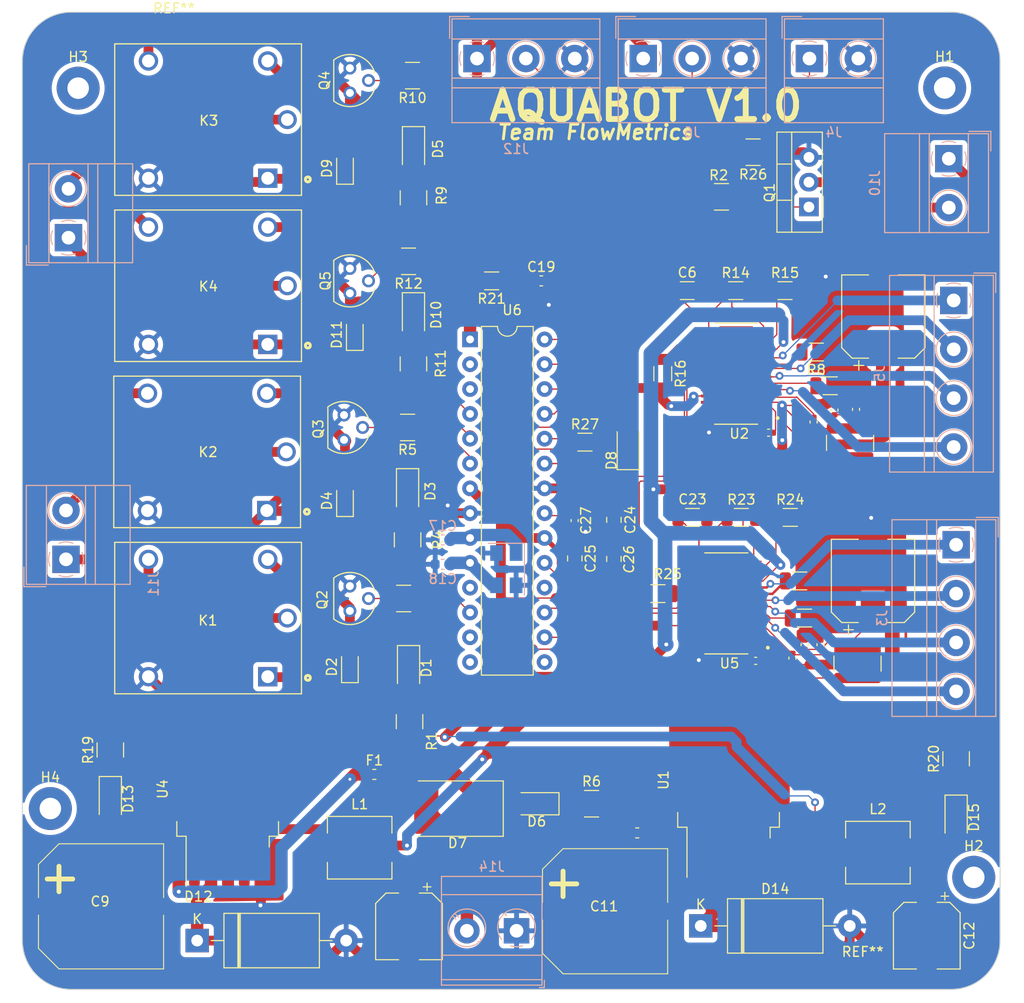
<source format=kicad_pcb>
(kicad_pcb (version 20221018) (generator pcbnew)
  (layers (0 "F.Cu" signal) (31 "B.Cu" signal) (34 "B.Paste" user) (35 "F.Paste" user) (36 "B.SilkS" user "B.Silkscreen") (37 "F.SilkS" user "F.Silkscreen") (38 "B.Mask" user) (39 "F.Mask" user) (44 "Edge.Cuts" user))
  (net 0 "")
  (net 1 "GND")
  (net 2 "Net-(U2-VMA)")
  (net 3 "Net-(U2-CP1)")
  (net 4 "Net-(U2-CP2)")
  (net 5 "/Distribution System/drv8825 driver1/3.3V_out")
  (net 6 "Net-(U4-VIN)")
  (net 7 "+24V")
  (net 8 "Net-(U1-VIN)")
  (net 9 "+5V")
  (net 10 "/OSC1")
  (net 11 "/OSC2")
  (net 12 "/PULLUP")
  (net 13 "Net-(J10-Pin_2)")
  (net 14 "+12V")
  (net 15 "Net-(U5-VMA)")
  (net 16 "Net-(U5-CP1)")
  (net 17 "Net-(U5-CP2)")
  (net 18 "/Distribution System/drv8825 driver/3.3V_out")
  (net 19 "Net-(D7-A)")
  (net 20 "Net-(D12-K)")
  (net 21 "Net-(D13-K)")
  (net 22 "Net-(D14-K)")
  (net 23 "Net-(D15-K)")
  (net 24 "/Distribution System/drv8825 driver/MOT_2")
  (net 25 "/Distribution System/drv8825 driver/MOT_1")
  (net 26 "/Distribution System/drv8825 driver/MOT_3")
  (net 27 "/Distribution System/drv8825 driver/MOT_4")
  (net 28 "/LIMIT_SW")
  (net 29 "/Distribution System/drv8825 driver1/MOT_1")
  (net 30 "/Distribution System/drv8825 driver1/MOT_2")
  (net 31 "/Distribution System/drv8825 driver1/MOT_3")
  (net 32 "/Distribution System/drv8825 driver1/MOT_4")
  (net 33 "/LEVELSENSE_FULL")
  (net 34 "/FLOW_SENSE")
  (net 35 "/VALVE_POWER")
  (net 36 "/MP_2")
  (net 37 "Net-(D1-K)")
  (net 38 "Net-(D1-A)")
  (net 39 "Net-(D3-K)")
  (net 40 "Net-(D3-A)")
  (net 41 "Net-(D5-K)")
  (net 42 "Net-(D5-A)")
  (net 43 "Net-(D6-K)")
  (net 44 "/MP_1")
  (net 45 "/Distribution System/drv8825 driver1/RsenA")
  (net 46 "Net-(D10-K)")
  (net 47 "Net-(D10-A)")
  (net 48 "/Distribution System/drv8825 driver1/RsenB")
  (net 49 "/ACT_2")
  (net 50 "/ACT_1")
  (net 51 "/Distribution System/5V relay/RELAY_OUT")
  (net 52 "/Distribution System/5V relay1/RELAY_OUT")
  (net 53 "/Distribution System/5V relay2/RELAY_OUT")
  (net 54 "/Distribution System/5V relay3/RELAY_OUT")
  (net 55 "Net-(Q1-B)")
  (net 56 "Net-(Q2-B)")
  (net 57 "Net-(Q3-B)")
  (net 58 "Net-(Q4-B)")
  (net 59 "Net-(Q5-B)")
  (net 60 "Net-(U2-AVREF)")
  (net 61 "Net-(U2-DECAY)")
  (net 62 "/Distribution System/drv8825 driver/RsenA")
  (net 63 "/Distribution System/drv8825 driver/RsenB")
  (net 64 "Net-(U5-AVREF)")
  (net 65 "Net-(U5-DECAY)")
  (net 68 "/MAINPUMP_DIR")
  (net 70 "/MAINPUMP_STEP")
  (net 75 "/MOTOR_DIR")
  (net 76 "/MOTOR_STEP")
  (net 83 "Net-(U6-AREF)")
  (net 84 "Net-(D8-A)")
  (net 85 "Net-(U6-PC1)")
  (footprint "Inductor_SMD:L_6.3x6.3_H3" (layer "F.Cu") (at 128.5 167.5)
    (fp_text reference "L2")
    (fp_text value "L")
  )
  (footprint "Resistor_SMD:R_1210_3225Metric" (layer "F.Cu") (at 80.905 88 180)
    (fp_text reference "R10")
    (fp_text value "1k")
  )
  (footprint "project_footprints:RELAY_SRD-05VDC-SL-C" (layer "F.Cu") (at 60 92.5 180)
    (fp_text reference "K3")
    (fp_text value "Relay_SPDT")
  )
  (footprint "Capacitor_SMD:CP_Elec_6.3x7.7" (layer "F.Cu") (at 80.5434 175.0492 -90)
    (fp_text reference "C10" hide)
    (fp_text value "220u")
  )
  (footprint "Resistor_SMD:R_1210_3225Metric" (layer "F.Cu") (at 112.5 100.4)
    (fp_text reference "R2")
    (fp_text value "1k")
  )
  (footprint "Fiducial:Fiducial_0.75mm_Mask1.5mm" (layer "F.Cu") (at 56.515 83.1088)
    (fp_text reference "REF**")
    (fp_text value "Fiducial_0.75mm_Mask1.5mm")
  )
  (footprint "Capacitor_SMD:C_0402_1005Metric" (layer "F.Cu") (at 121.0056 146.2278 90)
    (fp_text reference "C20" hide)
    (fp_text value "0.1u")
  )
  (footprint "Resistor_SMD:R_1210_3225Metric" (layer "F.Cu") (at 50 157 90)
    (fp_text reference "R19")
    (fp_text value "1k")
  )
  (footprint "Diode_SMD:D_SOD-323" (layer "F.Cu") (at 74 131.5 90)
    (fp_text reference "D4")
    (fp_text value "1N4001")
  )
  (footprint "Capacitor_SMD:C_0402_1005Metric" (layer "F.Cu") (at 122.6312 146.2278 90)
    (fp_text reference "C8" hide)
    (fp_text value "0.1u")
  )
  (footprint "Diode_SMD:D_3220_8050Metric" (layer "F.Cu") (at 85.5 163 180)
    (fp_text reference "D7")
    (fp_text value "D")
  )
  (footprint "Diode_SMD:D_SOD-323" (layer "F.Cu") (at 74.5 148.5 90)
    (fp_text reference "D2")
    (fp_text value "1N4001")
  )
  (footprint "Fuse:Fuse_0603_1608Metric" (layer "F.Cu") (at 103.886 165.481 180)
    (fp_text reference "F2" hide)
    (fp_text value "2A")
  )
  (footprint "Resistor_SMD:R_1210_3225Metric" (layer "F.Cu") (at 81.005 100.5 -90)
    (fp_text reference "R9")
    (fp_text value "1k")
  )
  (footprint "Resistor_SMD:R_1206_3216Metric" (layer "F.Cu") (at 123.6218 119.7356 180)
    (fp_text reference "R7" hide)
    (fp_text value "200m")
  )
  (footprint "Resistor_SMD:R_1210_3225Metric" (layer "F.Cu") (at 136.5 157.9 90)
    (fp_text reference "R20")
    (fp_text value "1k")
  )
  (footprint "MountingHole:MountingHole_2.2mm_M2_Pad" (layer "F.Cu") (at 138.303 170.0276)
    (fp_text reference "H2")
    (fp_text value "MountingHole")
  )
  (footprint "Capacitor_SMD:CP_Elec_8x10" (layer "F.Cu") (at 129.0574 112.649 90)
    (fp_text reference "C1" hide)
    (fp_text value "100u")
  )
  (footprint "project_footprints:TO92" (layer "F.Cu") (at 74.5 88.5 -90)
    (fp_text reference "Q4")
    (fp_text value "NPN")
  )
  (footprint "Resistor_SMD:R_1218_3246Metric" (layer "F.Cu") (at 125.6538 125.5776 90)
    (fp_text reference "R13" hide)
    (fp_text value "1M")
  )
  (footprint "Capacitor_SMD:CP_Elec_8x10" (layer "F.Cu") (at 128 139.7 90)
    (fp_text reference "C7" hide)
    (fp_text value "100u")
  )
  (footprint "project_footprints:IC_TPS61196PWPRQ1" (layer "F.Cu") (at 113 142 180)
    (fp_text reference "U5")
    (fp_text value "~")
  )
  (footprint "Capacitor_SMD:C_0805_2012Metric" (layer "F.Cu") (at 101.5 133.45 -90)
    (fp_text reference "C24")
    (fp_text value "10u")
  )
  (footprint "Capacitor_SMD:C_0402_1005Metric" (layer "F.Cu") (at 121.92 123.444 90)
    (fp_text reference "C4" hide)
    (fp_text value "0.1u")
  )
  (footprint "Diode_THT:D_DO-27_P15.24mm_Horizontal" (layer "F.Cu") (at 58.88 176.5)
    (fp_text reference "D12")
    (fp_text value "D_Schottky")
  )
  (footprint "MountingHole:MountingHole_2.2mm_M2_Pad" (layer "F.Cu") (at 46.7106 89.281)
    (fp_text reference "H3")
    (fp_text value "MountingHole")
  )
  (footprint "LED_SMD:LED_1206_3216Metric" (layer "F.Cu") (at 80.5 148.6 -90)
    (fp_text reference "D1")
    (fp_text value "LED")
  )
  (footprint "Package_DIP:DIP-28_W7.62mm" (layer "F.Cu") (at 91 131.5)
    (fp_text reference "U6")
    (fp_text value "ATmega328P-P")
  )
  (footprint "LED_SMD:LED_1206_3216Metric" (layer "F.Cu") (at 136.5 163.9 -90)
    (fp_text reference "D15")
    (fp_text value "LED")
  )
  (footprint "Resistor_SMD:R_1210_3225Metric" (layer "F.Cu") (at 80.6 154.1 -90)
    (fp_text reference "R1")
    (fp_text value "1k")
  )
  (footprint "Diode_SMD:D_SOD-323" (layer "F.Cu") (at 74 97.5 90)
    (fp_text reference "D9")
    (fp_text value "1N4001")
  )
  (footprint "project_footprints:RELAY_SRD-05VDC-SL-C" (layer "F.Cu") (at 60 109.5 180)
    (fp_text reference "K4")
    (fp_text value "Relay_SPDT")
  )
  (footprint "project_footprints:TO92" (layer "F.Cu") (at 74.5 109 -90)
    (fp_text reference "Q5")
    (fp_text value "NPN")
  )
  (footprint "MountingHole:MountingHole_2.2mm_M2_Pad" (layer "F.Cu") (at 135.3312 89.2556)
    (fp_text reference "H1")
    (fp_text value "MountingHole")
  )
  (footprint "LED_SMD:LED_1206_3216Metric" (layer "F.Cu") (at 93.6 162.5 180)
    (fp_text reference "D6")
    (fp_text value "LED")
  )
  (footprint "Diode_SMD:D_SOD-323" (layer "F.Cu") (at 75 114.5 90)
    (fp_text reference "D11")
    (fp_text value "1N4001")
  )
  (footprint "Capacitor_SMD:C_0402_1005Metric" (layer "F.Cu") (at 119.761 147.5994 90)
    (fp_text reference "C21" hide)
    (fp_text value "0.1u")
  )
  (footprint "Resistor_SMD:R_1210_3225Metric" (layer "F.Cu") (at 80.5 107 180)
    (fp_text reference "R12")
    (fp_text value "1k")
  )
  (footprint "Resistor_SMD:R_1206_3216Metric" (layer "F.Cu") (at 89 109 180)
    (fp_text reference "R21")
    (fp_text value "10k")
  )
  (footprint "Resistor_SMD:R_1210_3225Metric" (layer "F.Cu") (at 99.215 162.5)
    (fp_text reference "R6")
    (fp_text value "1k")
  )
  (footprint "project_footprints:RELAY_SRD-05VDC-SL-C" (layer "F.Cu") (at 59.9 126.5 180)
    (fp_text reference "K2")
    (fp_text value "Relay_SPDT")
  )
  (footprint "Resistor_SMD:R_1206_3216Metric" (layer "F.Cu") (at 119.5375 133.2)
    (fp_text reference "R24")
    (fp_text value "3k")
  )
  (footprint "Resistor_SMD:R_1206_3216Metric" (layer "F.Cu") (at 120.5 139.7 180)
    (fp_text reference "R18" hide)
    (fp_text value "200m")
  )
  (footprint "Package_TO_SOT_SMD:TO-263-5_TabPin3" (layer "F.Cu") (at 113.225 160.075 90)
    (fp_text reference "U1")
    (fp_text value "LM2596S-5")
  )
  (footprint "LED_SMD:LED_1206_3216Metric" (layer "F.Cu") (at 102.9716 126.0348 90)
    (fp_text reference "D8")
    (fp_text value "LED")
  )
  (footprint "Capacitor_SMD:C_0402_1005Metric" (layer "F.Cu") (at 126.2634 122.1486 90)
    (fp_text reference "C3" hide)
    (fp_text value "0.1u")
  )
  (footprint "Resistor_SMD:R_1218_3246Metric" (layer "F.Cu") (at 126.4158 148.1582 90)
    (fp_text reference "R22" hide)
    (fp_text value "1M")
  )
  (footprint "Diode_THT:D_DO-27_P15.24mm_Horizontal" (layer "F.Cu") (at 110.38 175)
    (fp_text reference "D14")
    (fp_text value "D_Schottky")
  )
  (footprint "LED_SMD:LED_1206_3216Metric" (layer "F.Cu") (at 81.005 95.5 -90)
    (fp_text reference "D5")
    (fp_text value "LED")
  )
  (footprint "Resistor_SMD:R_1206_3216Metric" (layer "F.Cu") (at 106.5 118.5 -90)
    (fp_text reference "R16")
    (fp_text value "10k")
  )
  (footprint "LED_SMD:LED_1206_3216Metric" (layer "F.Cu") (at 80.4 130.5 -90)
    (fp_text reference "D3")
    (fp_text value "LED")
  )
  (footprint "project_footprints:TO92" (layer "F.Cu") (at 73.9 124 -90)
    (fp_text reference "Q3")
    (fp_text value "NPN")
  )
  (footprint "Resistor_SMD:R_1210_3225Metric" (layer "F.Cu") (at 80 141.5 180)
    (fp_text reference "R3" hide)
    (fp_text value "1k")
  )
  (footprint "Resistor_SMD:R_1210_3225Metric" (layer "F.Cu") (at 80.4 135.5 -90)
    (fp_text reference "R4")
    (fp_text value "1k")
  )
  (footprint "Capacitor_SMD:C_0402_1005Metric" (layer "F.Cu") (at 117.3226 124.5362)
    (fp_text reference "C5" hide)
    (fp_text value "0.1u")
  )
  (footprint "Resistor_SMD:R_1206_3216Metric" (layer "F.Cu") (at 121 143.5 180)
    (fp_text reference "R17" hide)
    (fp_text value "200m")
  )
  (footprint "Resistor_SMD:R_1210_3225Metric" (layer "F.Cu") (at 115.7371 95.8342 180)
    (fp_text reference "R26")
    (fp_text value "10k")
  )
  (footprint "Package_TO_SOT_SMD:TO-263-5_TabPin3" (layer "F.Cu") (at 62 161 90)
    (fp_text reference "U4")
    (fp_text value "LM2596S-12")
  )
  (footprint "project_footprints:C_SMD_470uF_12.5Dx13.5L" (layer "F.Cu") (at 48.95 173)
    (fp_text reference "C9")
    (fp_text value "470u")
  )
  (footprint "Capacitor_SMD:C_0402_1005Metric" (layer "F.Cu") (at 116.0018 147.8788)
    (fp_text reference "C22" hide)
    (fp_text value "0.1u")
  )
  (footprint "Fuse:Fuse_0603_1608Metric" (layer "F.Cu") (at 77 159.5)
    (fp_text reference "F1")
    (fp_text value "2A")
  )
  (footprint "project_footprints:TO92" (layer "F.Cu") (at 74.5 141.5 -90)
    (fp_text reference "Q2")
    (fp_text value "NPN")
  )
  (footprint "Resistor_SMD:R_1206_3216Metric" (layer "F.Cu") (at 98.5375 125.5)
    (fp_text reference "R27")
    (fp_text value "1k")
  )
  (footprint "Resistor_SMD:R_1206_3216Metric" (layer "F.Cu") (at 106 141 180)
    (fp_text reference "R25")
    (fp_text value "10k")
  )
  (footprint "Capacitor_SMD:C_1206_3216Metric" (layer "F.Cu") (at 109 110)
    (fp_text reference "C6")
    (fp_text value "0.47u")
  )
  (footprint "Capacitor_SMD:C_0805_2012Metric" (layer "F.Cu") (at 101.5 137.45 90)
    (fp_text reference "C26")
    (fp_text value "0.1u")
  )
  (footprint "Resistor_SMD:R_1206_3216Metric" (layer "F.Cu") (at 114.5375 133.2)
    (fp_text reference "R23")
    (fp_text value "7k")
  )
  (footprint "project_footprints:C_SMD_470uF_12.5Dx13.5L" (layer "F.Cu") (at 100.5 173.5)
    (fp_text reference "C11")
    (fp_text value "470u")
  )
  (footprint "LED_SMD:LED_1206_3216Metric" (layer "F.Cu") (at 81 112.5 -90)
    (fp_text reference "D10")
    (fp_text value "LED")
  )
  (footprint "Capacitor_SMD:C_0805_2012Metric" (layer "F.Cu") (at 97.5 137.4 90)
    (fp_text reference "C25")
    (fp_text value "0.1u")
  )
  (footprint "project_footprints:IC_TPS61196PWPRQ1" (layer "F.Cu") (at 114 118.5 180)
    (fp_text reference "U2")
    (fp_text value "~")
  )
  (footprint "Package_TO_SOT_THT:TO-220-3_Vertical" (layer "F.Cu") (at 121.445 101.44 90)
    (fp_text reference "Q1")
    (fp_text value "TIP120")
  )
  (footprint "project_footprints:RELAY_SRD-05VDC-SL-C" (layer "F.Cu") (at 60 143.5 180)
    (fp_text reference "K1")
    (fp_text value "Relay_SPDT")
  )
  (footprint "MountingHole:MountingHole_2.2mm_M2_Pad" (layer "F.Cu") (at 43.8658 162.9918)
    (fp_text reference "H4")
    (fp_text value "MountingHole")
  )
  (footprint "Resistor_SMD:R_1210_3225Metric" (layer "F.Cu") (at 80.4 124 180)
    (fp_text reference "R5")
    (fp_text value "1k")
  )
  (footprint "Resistor_SMD:R_1206_3216Metric" (layer "F.Cu") (at 119 110)
    (fp_text reference "R15")
    (fp_text value "3k")
  )
  (footprint "Inductor_SMD:L_6.3x6.3_H3" (layer "F.Cu") (at 75.5 167)
    (fp_text reference "L1")
    (fp_text value "L")
  )
  (footprint "Capacitor_SMD:C_0402_1005Metric" (layer "F.Cu") (at 97.4852 133.5278 -90)
    (fp_text reference "C27")
    (fp_text value "100n")
  )
  (footprint "Fiducial:Fiducial_0.75mm_Mask1.5mm" (layer "F.Cu") (at 126.9492 179.6542)
    (fp_text reference "REF**")
    (fp_text value "Fiducial_0.75mm_Mask1.5mm")
  )
  (footprint "Capacitor_SMD:C_0402_1005Metric" (layer "F.Cu") (at 124.0536 122.2248 90)
    (fp_text reference "C2" hide)
    (fp_text value "0.1u")
  )
  (footprint "Resistor_SMD:R_1210_3225Metric" (layer "F.Cu") (at 81 117.5 -90)
    (fp_text reference "R11")
    (fp_text value "1k")
  )
  (footprint "Resistor_SMD:R_1206_3216Metric" (layer "F.Cu") (at 113.9625 110)
    (fp_text reference "R14")
    (fp_text value "7k")
  )
  (footprint "Capacitor_SMD:CP_Elec_6.3x7.7" (layer "F.Cu") (at 133.5 176 -90)
    (fp_text reference "C12")
    (fp_text value "220u")
  )
  (footprint "Capacitor_SMD:C_1206_3216Metric" (layer "F.Cu") (at 109.5375 133.2)
    (fp_text reference "C23")
    (fp_text value "0.47u")
  )
  (footprint "Resistor_SMD:R_1206_3216Metric" (layer "F.Cu") (at 122.1994 116.2812 180)
    (fp_text reference "R8")
    (fp_text value "200m")
  )
  (footprint "Capacitor_SMD:C_0603_1608Metric" (layer "F.Cu") (at 94.075 109)
    (fp_text reference "C19")
    (fp_text value "10u")
  )
  (footprint "LED_SMD:LED_1206_3216Metric" (layer "F.Cu") (at 50 162 -90)
    (fp_text reference "D13")
    (fp_text value "LED")
  )
  (footprint "Crystal:Crystal_SMD_5032-4Pin_5.0x3.2mm" (layer "B.Cu") (at 90.5 138.5 -90)
    (fp_text reference "Y1" hide)
    (fp_text value "16M")
  )
  (footprint "TerminalBlock_MetzConnect:TerminalBlock_MetzConnect_Type011_RT05502HBWC_1x02_P5.00mm_Horizontal" (layer "B.Cu") (at 135.75 96.5 -90)
    (fp_text reference "J10")
    (fp_text value "Flush Valve")
  )
  (footprint "Capacitor_SMD:C_0603_1608Metric" (layer "B.Cu") (at 84 135.5 180)
    (fp_text reference "C17")
    (fp_text value "22p")
  )
  (footprint "TerminalBlock_MetzConnect:TerminalBlock_MetzConnect_Type011_RT05502HBWC_1x02_P5.00mm_Horizontal" (layer "B.Cu") (at 121.5 86.25)
    (fp_text reference "J4")
    (fp_text value "Limit Switch")
  )
  (footprint "TerminalBlock_MetzConnect:TerminalBlock_MetzConnect_Type011_RT05502HBWC_1x02_P5.00mm_Horizontal" (layer "B.Cu") (at 45.72 104.5826 90)
    (fp_text reference "J13" hide)
    (fp_text value "lin act")
  )
  (footprint "TerminalBlock_MetzConnect:TerminalBlock_MetzConnect_Type011_RT05504HBWC_1x04_P5.00mm_Horizontal" (layer "B.Cu") (at 136.5 136 -90)
    (fp_text reference "J3")
    (fp_text value "rotary stepper")
  )
  (footprint "TerminalBlock_MetzConnect:TerminalBlock_MetzConnect_Type073_RT02602HBLU_1x02_P5.08mm_Horizontal" (layer "B.Cu") (at 91.545 175.5 180)
    (fp_text reference "J14")
    (fp_text value "24V terminal")
  )
  (footprint "TerminalBlock_MetzConnect:TerminalBlock_MetzConnect_Type011_RT05503HBWC_1x03_P5.00mm_Horizontal" (layer "B.Cu") (at 87.5 86.25)
    (fp_text reference "J12")
    (fp_text value "Flow sense")
  )
  (footprint "Capacitor_SMD:C_0603_1608Metric" (layer "B.Cu") (at 84 138 180)
    (fp_text reference "C18")
    (fp_text value "22p")
  )
  (footprint "TerminalBlock_MetzConnect:TerminalBlock_MetzConnect_Type011_RT05504HBWC_1x04_P5.00mm_Horizontal" (layer "B.Cu") (at 136.25 111 -90)
    (fp_text reference "J5")
    (fp_text value "Main pump")
  )
  (footprint "TerminalBlock_MetzConnect:TerminalBlock_MetzConnect_Type011_RT05503HBWC_1x03_P5.00mm_Horizontal" (layer "B.Cu") (at 104.5 86.25)
    (fp_text reference "J6")
    (fp_text value "level sense")
  )
  (footprint "TerminalBlock_MetzConnect:TerminalBlock_MetzConnect_Type011_RT05502HBWC_1x02_P5.00mm_Horizontal" (layer "B.Cu") (at 45.466 137.4902 90)
    (fp_text reference "J11")
    (fp_text value "minipump")
  )
  (gr_arc (start 141 176.5) (mid 139.535534 180.035534) (end 136 181.5) (stroke (width 0.1)) (layer "Edge.Cuts"))
  (gr_arc (start 136 81.5) (mid 139.535534 82.964466) (end 141 86.5) (stroke (width 0.1)) (layer "Edge.Cuts"))
  (gr_arc (start 46 181.5) (mid 42.464466 180.035534) (end 41 176.5) (stroke (width 0.1)) (layer "Edge.Cuts"))
  (gr_line (start 41 176.5) (end 41 86.5) (stroke (width 0.1)) (layer "Edge.Cuts"))
  (gr_line (start 141 86.5) (end 141 176.5) (stroke (width 0.1)) (layer "Edge.Cuts"))
  (gr_arc (start 41 86.5) (mid 42.464466 82.964466) (end 46 81.5) (stroke (width 0.1)) (layer "Edge.Cuts"))
  (gr_line (start 136 181.5) (end 46 181.5) (stroke (width 0.1)) (layer "Edge.Cuts"))
  (gr_line (start 46 81.5) (end 136 81.5) (stroke (width 0.1)) (layer "Edge.Cuts"))
  (gr_text "Team FlowMetrics" (at 89.4334 94.6658) (layer "F.SilkS") (effects (font (size 1.5 1.5) (thickness 0.3) bold italic) (justify left bottom)))
  (gr_text "AQUABOT V1.0" (at 88.4428 92.837) (layer "F.SilkS") (effects (font (size 3 3) (thickness 0.6) bold) (justify left bottom)))
  (segment (start 105.05 178.0242) (end 105.7148 178.689) (width 1) (layer "F.Cu") (net 1))
  (segment (start 86.79 132.77) (end 85.3482 132.77) (width 1) (layer "F.Cu") (net 1))
  (segment (start 100.6775 162.5) (end 102.1775 161) (width 1) (layer "F.Cu") (net 1))
  (segment (start 105.7148 178.689) (end 123.6218 178.689) (width 1) (layer "F.Cu") (net 1))
  (segment (start 110.1852 147.7772) (end 110.1852 147.8026) (width 0.127) (layer "F.Cu") (net 1))
  (segment (start 92.6846 129.3622) (end 93.5524 130.23) (width 0.127) (layer "F.Cu") (net 1))
  (segment (start 92.6846 126.9492) (end 92.6846 129.3622) (width 0.127) (layer "F.Cu") (net 1))
  (segment (start 128.4478 174.0916) (end 127.5394 175) (width 0.127) (layer "F.Cu") (net 1))
  (segment (start 95.5303 126.2135) (end 93.4203 126.2135) (width 0.127) (layer "F.Cu") (net 1))
  (segment (start 102.9716 127.4348) (end 96.72187 127.4348) (width 1) (layer "F.Cu") (net 1))
  (segment (start 80.8228 177.7492) (end 80.5434 177.7492) (width 1) (layer "F.Cu") (net 1))
  (segment (start 93.5524 130.23) (end 94.41 130.23) (width 0.127) (layer "F.Cu") (net 1))
  (segment (start 84.5058 131.9784) (end 84.5058 131.9276) (width 1) (layer "F.Cu") (net 1))
  (segment (start 53.5 178.1734) (end 53.4924 178.181) (width 1) (layer "F.Cu") (net 1))
  (segment (start 116.625 167.725) (end 118.6404 165.7096) (width 0.127) (layer "F.Cu") (net 1))
  (segment (start 121 132.0744) (end 121 133.2) (width 0.127) (layer "F.Cu") (net 1))
  (segment (start 93.4203 126.2135) (end 92.6846 126.9492) (width 0.127) (layer "F.Cu") (net 1))
  (segment (start 71.4738 179.1462) (end 74.12 176.5) (width 1) (layer "F.Cu") (net 1))
  (segment (start 110.2 147.7624) (end 110.1852 147.7772) (width 0.127) (layer "F.Cu") (net 1))
  (segment (start 53.4924 178.181) (end 54.4576 179.1462) (width 1) (layer "F.Cu") (net 1))
  (segment (start 105.05 173.5) (end 105.05 178.0242) (width 1) (layer "F.Cu") (net 1))
  (segment (start 120.9192 95.8342) (end 121.445 96.36) (width 1) (layer "F.Cu") (net 1))
  (segment (start 136.5 156.4375) (end 116.2875 156.4375) (width 1) (layer "F.Cu") (net 1))
  (segment (start 114.9858 131.572) (end 120.4976 131.572) (width 0.127) (layer "F.Cu") (net 1))
  (segment (start 54.4576 179.1462) (end 71.4738 179.1462) (width 1) (layer "F.Cu") (net 1))
  (segment (start 115.8 137.775) (end 115.8 135.6882) (width 0.127) (layer "F.Cu") (net 1))
  (segment (start 114.9096 131.572) (end 114.9858 131.572) (width 0.127) (layer "F.Cu") (net 1))
  (segment (start 110.2 146.225) (end 110.2 147.7624) (width 0.127) (layer "F.Cu") (net 1))
  (segment (start 80.4942 177.7) (end 75.32 177.7) (width 1) (layer "F.Cu") (net 1))
  (segment (start 96.72187 127.4348) (end 96.266 126.97893) (width 1) (layer "F.Cu") (net 1))
  (segment (start 84.5566 131.9784) (end 84.5058 131.9784) (width 1) (layer "F.Cu") (net 1))
  (segment (start 111.2 122.725) (end 111.2266 124.5108) (width 0.127) (layer "F.Cu") (net 1))
  (segment (start 129.32 178.7) (end 125.62 175) (width 1) (layer "F.Cu") (net 1))
  (segment (start 133.5 178.7) (end 129.32 178.7) (width 1) (layer "F.Cu") (net 1))
  (segment (start 94.41 130.23) (end 96.3972 130.23) (width 1) (layer "F.Cu") (net 1))
  (segment (start 128.4478 166.1414) (end 128.4478 174.0916) (width 0.127) (layer "F.Cu") (net 1))
  (segment (start 96.266 126.9492) (end 95.5303 126.2135) (width 0.127) (layer "F.Cu") (net 1))
  (segment (start 111.0996 107.823) (end 113.5634 107.823) (width 0.127) (layer "F.Cu") (net 1))
  (segment (start 111.2266 124.5108) (end 111.2 124.512) (width 0.127) (layer "F.Cu") (net 1))
  (segment (start 84.5058 131.9276) (end 84.6074 132.0292) (width 1) (layer "F.Cu") (net 1))
  (segment (start 117.1996 95.8342) (end 120.9192 95.8342) (width 1) (layer "F.Cu") (net 1))
  (segment (start 96.266 126.97893) (end 96.266 126.9492) (width 1) (layer "F.Cu") (net 1))
  (segment (start 110.475 108.4476) (end 111.0996 107.823) (width 0.127) (layer "F.Cu") (net 1))
  (segment (start 115.8 135.6882) (end 114.7064 134.5946) (width 0.127) (layer "F.Cu") (net 1))
  (segment (start 65.4 168.65) (end 65.4 172.852) (width 1) (layer "F.Cu") (net 1))
  (segment (start 120.4625 108.6007) (end 120.4625 110) (width 0.127) (layer "F.Cu") (net 1))
  (segment (start 110.475 110) (end 110.475 108.4476) (width 0.127) (layer "F.Cu") (net 1))
  (segment (start 102.1775 161) (end 110.45 161) (width 1) (layer "F.Cu") (net 1))
  (segment (start 110.1598 147.8026) (end 110.1852 147.7772) (width 0.127) (layer "F.Cu") (net 1))
  (segment (start 115.189 112.014) (end 113.9444 112.014) (width 0.127) (layer "F.Cu") (net 1))
  (segment (start 114.9858 131.572) (end 112.6405 131.572) (width 0.127) (layer "F.Cu") (net 1))
  (segment (start 50 155.5375) (end 57.6875 155.5375) (width 1) (layer "F.Cu") (net 1))
  (segment (start 120.4976 131.572) (end 121 132.0744) (width 0.127) (layer "F.Cu") (net 1))
  (segment (start 113.9444 112.014) (end 113.5634 111.633) (width 0.127) (layer "F.Cu") (net 1))
  (segment (start 94.85 111.4488) (end 94.8436 111.4552) (width 1) (layer "F.Cu") (net 1))
  (segment (start 111.2 124.512) (end 111.1758 124.5362) (width 0.127) (layer "F.Cu") (net 1))
  (segment (start 119.6848 107.823) (end 120.4625 108.6007) (width 0.127) (layer "F.Cu") (net 1))
  (segment (start 118.6404 165.7096) (end 128.016 165.7096) (width 0.127) (layer "F.Cu") (net 1))
  (segment (start 123.6218 178.689) (end 125.62 176.6908) (width 1) (layer "F.Cu") (net 1))
  (segment (start 114.7064 131.7752) (end 114.9096 131.572) (width 0.127) (layer "F.Cu") (net 1))
  (segment (start 110.1852 147.8026) (end 110.1598 147.8026) (width 0.127) (layer "F.Cu") (net 1))
  (segment (start 112.6405 131.572) (end 111.0125 133.2) (width 0.127) (layer "F.Cu") (net 1))
  (segment (start 94.85 109) (end 94.85 111.4488) (width 1) (layer "F.Cu") (net 1))
  (segment (start 59.225 157.075) (end 59.225 154.825) (width 1) (layer "F.Cu") (net 1))
  (segment (start 116.2875 156.4375) (end 116 156.15) (width 1) (layer "F.Cu") (net 1))
  (segment (start 98.6028 132.4356) (end 98.6028 134.6708) (width 1) (layer "F.Cu") (net 1))
  (segment (start 114.7064 134.5946) (end 114.7064 131.7752) (width 0.127) (layer "F.Cu") (net 1))
  (segment (start 53.5 173) (end 53.5 178.1734) (width 1) (layer "F.Cu") (net 1))
  (segment (start 59.225 154.825) (end 53.9 149.5) (width 1) (layer "F.Cu") (net 1))
  (segment (start 116.8 113.625) (end 115.189 112.014) (width 0.127) (layer "F.Cu") (net 1))
  (segment (start 128.016 165.7096) (end 128.4478 166.1414) (width 0.127) (layer "F.Cu") (net 1))
  (segment (start 96.3972 130.23) (end 98.6028 132.4356) (width 1) (layer "F.Cu") (net 1))
  (segment (start 85.3482 132.77) (end 84.5566 131.9784) (width 1) (layer "F.Cu") (net 1))
  (segment (start 127.5394 175) (end 125.62 175) (width 0.127) (layer "F.Cu") (net 1))
  (segment (start 75.32 177.7) (end 74.12 176.5) (width 1) (layer "F.Cu") (net 1))
  (segment (start 116.8 114.275) (end 116.8 113.625) (width 0.127) (layer "F.Cu") (net 1))
  (segment (start 80.8736 177.6984) (end 80.8228 177.7492) (width 1) (layer "F.Cu") (net 1))
  (segment (start 113.5634 111.633) (end 113.5634 107.823) (width 0.127) (layer "F.Cu") (net 1))
  (segment (start 57.6875 155.5375) (end 59.225 157.075) (width 1) (layer "F.Cu") (net 1))
  (segment (start 65.4 172.852) (end 65.3542 172.8978) (width 1) (layer "F.Cu") (net 1))
  (segment (start 80.5434 177.7492) (end 80.4942 177.7) (width 1) (layer "F.Cu") (net 1))
  (segment (start 125.62 176.6908) (end 125.62 175) (width 1) (layer "F.Cu") (net 1))
  (segment (start 113.5634 107.823) (end 119.6848 107.823) (width 0.127) (layer "F.Cu") (net 1))
  (via (at 98.6028 134.6708) (size 0.8) (drill 0.4) (layers "F.Cu" "B.Cu") (net 1))
  (via (at 110.1852 147.8026) (size 0.8) (drill 0.4) (layers "F.Cu" "B.Cu") (net 1))
  (via (at 111.2266 124.5108) (size 0.8) (drill 0.4) (layers "F.Cu" "B.Cu") (net 1))
  (via (at 127.8128 133.2484) (size 0.8) (drill 0.4) (layers "F.Cu" "B.Cu") (net 1))
  (via (at 65.3542 172.8978) (size 0.8) (drill 0.4) (layers "F.Cu" "B.Cu") (net 1))
  (via (at 123.1646 108.5596) (size 0.8) (drill 0.4) (layers "F.Cu" "B.Cu") (net 1))
  (via (at 84.5058 131.9784) (size 0.8) (drill 0.4) (layers "F.Cu" "B.Cu") (net 1))
  (via (at 94.8436 111.4552) (size 0.8) (drill 0.4) (layers "F.Cu" "B.Cu") (net 1))
  (segment (start 121.92 122.964) (end 123.0586 124.1026) (width 0.127) (layer "F.Cu") (net 2))
  (segment (start 121.92 122.6058) (end 120.1928 120.8786) (width 0.127) (layer "F.Cu") (net 2))
  (segment (start 121.92 122.964) (end 121.92 122.6058) (width 0.127) (layer "F.Cu") (net 2))
  (segment (start 116.9321 120.9071) (end 116.8 120.775) (width 0.127) (layer "F.Cu") (net 2))
  (segment (start 120.1643 120.9071) (end 116.9321 120.9071) (width 0.127) (layer "F.Cu") (net 2))
  (segment (start 123.0586 124.1026) (end 125.6538 124.1026) (width 0.127) (layer "F.Cu") (net 2))
  (segment (start 120.1928 120.8786) (end 120.1643 120.9071) (width 0.127) (layer "F.Cu") (net 2))
  (segment (start 116.8 122.725) (end 116.8 124.4936) (width 0.127) (layer "F.Cu") (net 3))
  (segment (start 116.8 124.4936) (end 116.8426 124.5362) (width 0.127) (layer "F.Cu") (net 3))
  (segment (start 117.727 122.075) (end 118.0338 122.3818) (width 0.127) (layer "F.Cu") (net 4))
  (segment (start 118.0338 122.3818) (end 118.0338 124.305) (width 0.127) (layer "F.Cu") (net 4))
  (segment (start 118.0338 124.305) (end 117.8026 124.5362) (width 0.127) (layer "F.Cu") (net 4))
  (segment (start 116.8 122.075) (end 117.727 122.075) (width 0.127) (layer "F.Cu") (net 4))
  (segment (start 109.9974 112.4724) (end 111.2 112.4724) (width 0.127) (layer "F.Cu") (net 5))
  (segment (start 111.2 112.4724) (end 111.2 114.275) (width 0.127) (layer "F.Cu") (net 5))
  (segment (start 112.5 110) (end 112.5 111.1724) (width 0.127) (layer "F.Cu") (net 5))
  (segment (start 107.525 110) (end 109.9974 112.4724) (width 0.127) (layer "F.Cu") (net 5))
  (segment (start 112.5 111.1724) (end 111.2 112.4724) (width 0.127) (layer "F.Cu") (net 5))
  (segment (start 75 159.5) (end 74.5 160) (width 1.27) (layer "F.Cu") (net 6))
  (segment (start 76.2125 159.5) (end 75 159.5) (width 1.27) (layer "F.Cu") (net 6))
  (segment (start 44.5 173) (end 48.85 168.65) (width 1.27) (layer "F.Cu") (net 6))
  (segment (start 57 171.5) (end 57 170.25) (width 1.27) (layer "F.Cu") (net 6))
  (segment (start 48.85 168.65) (end 58.6 168.65) (width 1.27) (layer "F.Cu") (net 6))
  (segment (start 57 170.25) (end 58.6 168.65) (width 1.27) (layer "F.Cu") (net 6))
  (via (at 74.5 160) (size 0.5) (drill 0.3) (layers "F.Cu" "B.Cu") (net 6))
  (via (at 57 171.5) (size 0.8) (drill 0.4) (layers "F.Cu" "B.Cu") (net 6))
  (segment (start 67.5 171) (end 67 171.5) (width 1.27) (layer "B.Cu") (net 6))
  (segment (start 67 171.5) (end 57 171.5) (width 1.27) (layer "B.Cu") (net 6))
  (segment (start 67.5 167) (end 67.5 171) (width 1.27) (layer "B.Cu") (net 6))
  (segment (start 74.5 160) (end 67.5 167) (width 1.27) (layer "B.Cu") (net 6))
  (segment (start 119.4435 147.9677) (end 119.5552 148.0794) (width 0.127) (layer "F.Cu") (net 7))
  (segment (start 77.8125 159.475) (end 77.7875 159.5) (width 1.5) (layer "F.Cu") (net 7))
  (segment (start 91.1685 165.481) (end 103.0985 165.481) (width 1.5) (layer "F.Cu") (net 7))
  (segment (start 118.237 146.7612) (end 119.4435 147.9677) (width 0.127) (layer "F.Cu") (net 7))
  (segment (start 85.1625 159.475) (end 77.8125 159.475) (width 1.5) (layer "F.Cu") (net 7))
  (segment (start 103.601 149.51) (end 103.6716 149.5806) (width 1) (layer "F.Cu") (net 7))
  (segment (start 118.377 121.425) (end 118.6942 121.7422) (width 0.127) (layer "F.Cu") (net 7))
  (segment (start 93.5172 149.51) (end 98.4504 149.51) (width 1) (layer "F.Cu") (net 7))
  (segment (start 118.237 146.7612) (end 118.237 147.7264) (width 0.127) (layer "F.Cu") (net 7))
  (segment (start 129.9718 144.5969) (end 128.3048 142.9299) (width 1.5) (layer "F.Cu") (net 7))
  (segment (start 128.0922 125.73) (end 129.0574 124.7648) (width 1) (layer "F.Cu") (net 7))
  (segment (start 118.7196 126.238) (end 114.6302 130.3274) (width 1) (layer "F.Cu") (net 7))
  (segment (start 123.7208 145.6182) (end 126.0856 145.6182) (width 0.127) (layer "F.Cu") (net 7))
  (segment (start 116.727 139.725) (end 118.3776 138.0744) (width 0.127) (layer "F.Cu") (net 7))
  (segment (start 126.1872 122.7048) (end 126.2634 122.6286) (width 0.127) (layer "F.Cu") (net 7))
  (segment (start 118.3776 138.0744) (end 118.5418 138.0744) (width 0.127) (layer "F.Cu") (net 7))
  (segment (start 118.237 147.3454) (end 118.237 146.7612) (width 0.127) (layer "F.Cu") (net 7))
  (segment (start 129.0574 124.7648) (end 129.0574 122.6312) (width 1.5) (layer "F.Cu") (net 7))
  (segment (start 114.6302 130.3274) (end 105.537 130.3274) (width 1) (layer "F.Cu") (net 7))
  (segment (start 126.0856 145.6182) (end 128 143.7038) (width 0.127) (layer "F.Cu") (net 7))
  (segment (start 119.2802 149.6332) (end 126.4158 149.6332) (width 0.127) (layer "F.Cu") (net 7))
  (segment (start 121.4882 148.2598) (end 128.9304 148.2598) (width 1) (layer "F.Cu") (net 7))
  (segment (start 91.7 163) (end 92.2 162.5) (width 1.5) (layer "F.Cu") (net 7))
  (segment (start 129.2352 148.2397) (end 129.9718 147.5031) (width 1.5) (layer "F.Cu") (net 7))
  (segment (start 88.6875 163) (end 91.7 163) (width 1.5) (layer "F.Cu") (net 7))
  (segment (start 118.237 146.7612) (end 118.237 148.59) (width 0.127) (layer "F.Cu") (net 7))
  (segment (start 85.1625 157.8647) (end 92.8116 150.2156) (width 1) (layer "F.Cu") (net 7))
  (segment (start 117.8868 116.225) (end 116.8 116.225) (width 0.127) (layer "F.Cu") (net 7))
  (segment (start 103.601 149.51) (end 106.7816 146.3294) (width 1) (layer "F.Cu") (net 7))
  (segment (start 98.4504 149.51) (end 103.601 149.51) (width 1) (layer "F.Cu") (net 7))
  (segment (start 118.237 146.7612) (end 118.237 146.435) (width 0.127) (layer "F.Cu") (net 7))
  (segment (start 122.682 125.73) (end 128.0922 125.73) (width 1) (layer "F.Cu") (net 7))
  (segment (start 128 143.7038) (end 128 142.95) (width 0.127) (layer "F.Cu") (net 7))
  (segment (start 126.2634 122.6286) (end 129.0548 122.6286) (width 0.127) (layer "F.Cu") (net 7))
  (segment (start 116.727 144.925) (end 115.8 144.925) (width 0.127) (layer "F.Cu") (net 7))
  (segment (start 129.0548 122.6286) (end 129.0574 122.6312) (width 0.127) (layer "F.Cu") (net 7))
  (segment (start 121.0056 146.7078) (end 122.6312 146.7078) (width 0.127) (layer "F.Cu") (net 7))
  (segment (start 129.9718 147.5031) (end 129.9718 144.5969) (width 1.5) (layer "F.Cu") (net 7))
  (segment (start 122.379 127.0526) (end 125.6538 127.0526) (width 0.127) (layer "F.Cu") (net 7))
  (segment (start 119.7382 121.7422) (end 121.92 123.924) (width 0.127) (layer "F.Cu") (net 7))
  (segment (start 119.5552 148.0794) (end 119.761 148.0794) (width 0.127) (layer "F.Cu") (net 7))
  (segment (start 118.7196 125.2982) (end 118.7196 126.238) (width 1) (layer "F.Cu") (net 7))
  (segment (start 122.6312 146.7078) (end 123.7208 145.6182) (width 0.127) (layer "F.Cu") (net 7))
  (segment (start 124.0536 122.7048) (end 126.1872 122.7048) (width 0.127) (layer "F.Cu") (net 7))
  (segment (start 118.237 146.435) (end 116.727 144.925) (width 0.127) (layer "F.Cu") (net 7))
  (segment (start 85.1625 159.475) (end 85.1625 157.8647) (width 1) (layer "F.Cu") (net 7))
  (segment (start 116.0018 149.5806) (end 118.237 147.3454) (width 0.25) (layer "F.Cu") (net 7))
  (segment (start 118.6942 121.7422) (end 118.6942 123.3678) (width 0.127) (layer "F.Cu") (net 7))
  (segment (start 92.8116 150.2156) (end 93.5172 149.51) (width 1) (layer "F.Cu") (net 7))
  (segment (start 118.237 147.7264) (end 118.7704 148.2598) (width 0.127) (layer "F.Cu") (net 7))
  (segment (start 121.92 123.924) (end 121.92 124.1806) (width 0.127) (layer "F.Cu") (net 7))
  (segment (start 103.6716 149.5806) (end 116.0018 149.5806) (width 1) (layer "F.Cu") (net 7))
  (segment (start 118.6942 123.3678) (end 122.379 127.0526) (width 0.127) (layer "F.Cu") (net 7))
  (segment (start 118.237 148.59) (end 119.2802 149.6332) (width 0.127) (layer "F.Cu") (net 7))
  (segment (start 129.0574 122.6312) (end 129.0574 115.899) (width 1.5) (layer "F.Cu") (net 7))
  (segment (start 116.8 121.425) (end 118.377 121.425) (width 0.127) (layer "F.Cu") (net 7))
  (segment (start 118.6942 121.7422) (end 122.682 125.73) (width 0.127) (layer "F.Cu") (net 7))
  (segment (start 118.6942 121.7422) (end 119.7382 121.7422) (width 0.127) (layer "F.Cu") (net 7))
  (segment (start 115.8 139.725) (end 116.727 139.725) (width 0.127) (layer "F.Cu") (net 7))
  (segment (start 88.6875 163) (end 85.1625 159.475) (width 1.5) (layer "F.Cu") (net 7))
  (segment (start 118.8466 115.2652) (end 117.8868 116.225) (width 0.127) (layer "F.Cu") (net 7))
  (segment (start 88.6875 163) (end 91.1685 165.481) (width 1.5) (layer "F.Cu") (net 7))
  (segment (start 118.7704 148.2598) (end 121.4882 148.2598) (width 0.127) (layer "F.Cu") (net 7))
  (via (at 105.537 130.3274) (size 0.8) (drill 0.4) (layers "F.Cu" "B.Cu") (net 7))
  (via (at 118.7196 125.2982) (size 0.8) (drill 0.4) (layers "F.Cu" "B.Cu") (net 7))
  (via (at 118.6942 121.7422) (size 0.8) (drill 0.4) (layers "F.Cu" "B.Cu") (net 7))
  (via (at 118.8466 115.2652) (size 0.8) (drill 0.4) (layers "F.Cu" "B.Cu") (net 7))
  (via (at 106.8578 146.2024) (size 0.8) (drill 0.4) (layers "F.Cu" "B.Cu") (net 7))
  (via (at 118.5418 138.0744) (size 0.8) (drill 0.4) (layers "F.Cu" "B.Cu") (net 7))
  (segment (start 105.283 133.5532) (end 106.553 134.8232) (width 1.5) (layer "B.Cu") (net 7))
  (segment (start 118.8466 115.2652) (end 118.8466 113.0808) (width 1) (layer "B.Cu") (net 7))
  (segment (start 105.283 116.4336) (end 108.966 112.7506) (width 1.5) (layer "B.Cu") (net 7))
  (segment (start 105.537 130.3274) (end 105.283 130.0734) (width 1.5) (layer "B.Cu") (net 7))
  (segment (start 109.2454 112.4712) (end 118.237 112.4712) (width 1.5) (layer "B.Cu") (net 7))
  (segment (start 106.8578 146.2024) (end 106.7308 146.0754) (width 1.5) (layer "B.Cu") (net 7))
  (segment (start 106.7308 146.0754) (end 106.7308 135.001) (width 1.5) (layer "B.Cu") (net 7))
  (segment (start 106.7308 135.001) (end 106.553 134.8232) (width 1.5) (layer "B.Cu") (net 7))
  (segment (start 105.283 130.0734) (end 105.283 116.4336) (width 1.5) (layer "B.Cu") (net 7))
  (segment (start 118.5418 138.0744) (end 117.348 136.8806) (width 1) (layer "B.Cu") (net 7))
  (segment (start 118.237 112.4712) (end 118.2878 112.4712) (width 1.5) (layer "B.Cu") (net 7))
  (segment (start 118.8466 113.0808) (end 118.237 112.4712) (width 1) (layer "B.Cu") (net 7))
  (segment (start 105.283 130.5814) (end 105.283 133.5532) (width 1.5) (layer "B.Cu") (net 7))
  (segment (start 118.6942 121.7422) (end 118.6942 125.2982) (width 1) (layer "B.Cu") (net 7))
  (segment (start 105.537 130.3274) (end 105.283 130.5814) (width 1.5) (layer "B.Cu") (net 7))
  (segment (start 108.966 112.7506) (end 109.2454 112.4712) (width 1.5) (layer "B.Cu") (net 7))
  (segment (start 115.3668 134.8232) (end 106.553 134.8232) (width 1.5) (layer "B.Cu") (net 7))
  (segment (start 117.348 136.8044) (end 115.3668 134.8232) (width 1.5) (layer "B.Cu") (net 7))
  (segment (start 117.348 136.8806) (end 117.348 136.8044) (width 0.127) (layer "B.Cu") (net 7))
  (segment (start 109.825 167.725) (end 97.3494 167.725) (width 1) (layer "F.Cu") (net 8))
  (segment (start 107.581 165.481) (end 109.825 167.725) (width 1) (layer "F.Cu") (net 8))
  (segment (start 97.2312 167.8432) (end 97.2312 172.3188) (width 1) (layer "F.Cu") (net 8))
  (segment (start 97.2312 172.3188) (end 96.05 173.5) (width 1) (layer "F.Cu") (net 8))
  (segment (start 97.3494 167.725) (end 97.2312 167.8432) (width 1) (layer "F.Cu") (net 8))
  (segment (start 104.6735 165.481) (end 107.581 165.481) (width 1) (layer "F.Cu") (net 8))
  (segment (start 90.1446 133.5846) (end 90.1446 124.4854) (width 1) (layer "F.Cu") (net 9))
  (segment (start 87.5 106.0375) (end 90.4625 109) (width 1) (layer "F.Cu") (net 9))
  (segment (start 65.7178 98.8822) (end 66.1 98.5) (width 1) (layer "F.Cu") (net 9))
  (segment (start 71.3232 115.5) (end 71.3232 109.4486) (width 1) (layer "F.Cu") (net 9))
  (segment (start 90.1446 124.4854) (end 90.6526 123.9774) (width 1) (layer "F.Cu") (net 9))
  (segment (start 63.5762 106.3498) (end 62.3062 105.0798) (width 1) (layer "F.Cu") (net 9))
  (segment (start 62.3062 105.0798) (end 62.3062 100.6602) (width 1) (layer "F.Cu") (net 9))
  (segment (start 72.009 149.55) (end 66.15 149.55) (width 1) (layer "F.Cu") (net 9))
  (segment (start 81.005 101.9625) (end 77.4125 101.9625) (width 1) (layer "F.Cu") (net 9))
  (segment (start 131.25 165.75) (end 131.25 167.5) (width 1) (layer "F.Cu") (net 9))
  (segment (start 102.5 83) (end 104.5 85) (width 1) (layer "F.Cu") (net 9))
  (segment (start 74 132.55) (end 75.9875 132.55) (width 1) (layer "F.Cu") (net 9))
  (segment (start 66.15 149.55) (end 66.1 149.5) (width 1.5) (layer "F.Cu") (net 9))
  (segment (start 75.9875 132.55) (end 80.4 136.9625) (width 1) (layer "F.Cu") (net 9))
  (segment (start 101.0382 144.275) (end 98.6282 146.685) (width 1) (layer "F.Cu") (net 9))
  (segment (start 90.75 83) (end 102.5 83) (width 1) (layer "F.Cu") (net 9))
  (segment (start 78.4125 118.9625) (end 75 115.55) (width 1) (layer "F.Cu") (net 9))
  (segment (start 136.5 165.3) (end 133.45 165.3) (width 1) (layer "F.Cu") (net 9))
  (segment (start 87.5 84.198) (end 87.5 86.25) (width 1) (layer "F.Cu") (net 9))
  (segment (start 63.2776 115.5) (end 66.1 115.5) (width 1) (layer "F.Cu") (net 9))
  (segment (start 74 132.55) (end 66.05 132.55) (width 1) (layer "F.Cu") (net 9))
  (segment (start 62.5856 86.7156) (end 62.5856 85.1154) (width 1) (layer "F.Cu") (net 9))
  (segment (start 111.2 120.775) (end 109.7046 120.775) (width 0.127) (layer "F.Cu") (net 9))
  (segment (start 62.3062 100.6602) (end 64.0842 98.8822) (width 1) (layer "F.Cu") (net 9))
  (segment (start 94.46 135.31) (end 95.91 136.76) (width 0.5) (layer "F.Cu") (net 9))
  (segment (start 63.2206 115.443) (end 63.2776 115.5) (width 1) (layer "F.Cu") (net 9))
  (segment (start 97.1804 146.685) (end 93.218 146.685) (width 0.127) (layer "F.Cu") (net 9))
  (segment (start 95.91 136.76) (end 95.91 137.9474) (width 0.5) (layer "F.Cu") (net 9))
  (segment (start 70.4596 128.0404) (end 70.4596 124.587) (width 1) (layer "F.Cu") (net 9))
  (segment (start 98.6282 146.685) (end 97.1804 146.685) (width 1) (layer "F.Cu") (net 9))
  (segment (start 90.1446 133.5846) (end 89.8876 133.3276) (width 1) (layer "F.Cu") (net 9))
  (segment (start 62.5856 85.1154) (end 64.3128 83.3882) (width 1) (layer "F.Cu") (net 9))
  (segment (start 90.1455 141.4535) (end 95.5548 141.4535) (width 0.127) (layer "F.Cu") (net 9))
  (segment (start 62.1284 121.7168) (end 62.1284 116.5352) (width 1) (layer "F.Cu") (net 9))
  (segment (start 97.9932 123.9774) (end 99.2124 122.7582) (width 0.127) (layer "F.Cu") (net 9))
  (segment (start 115.775 164.225) (end 122.3518 164.225) (width 1) (layer "F.Cu") (net 9))
  (segment (start 70.4596 124.587) (end 68.6562 122.7836) (width 1) (layer "F.Cu") (net 9))
  (segment (start 69.85 90.0938) (end 65.9638 90.0938) (width 1) (layer "F.Cu") (net 9))
  (segment (start 86.6902 83.3882) (end 87.5 84.198) (width 1) (layer "F.Cu") (net 9))
  (segment (start 101.45 138.35) (end 101.5 138.4) (width 1) (layer "F.Cu") (net 9))
  (segment (start 106.5 119.9625) (end 106.5 121.1558) (width 1) (layer "F.Cu") (net 9))
  (segment (start 93.218 146.685) (end 89.9668 146.685) (width 1) (layer "F.Cu") (net 9))
  (segment (start 129.725 164.225) (end 131.25 165.75) (width 1) (layer "F.Cu") (net 9))
  (segment (start 91.87 135.31) (end 86.79 130.23) (width 1) (layer "F.Cu") (net 9))
  (segment (start 89.9414 141.2494) (end 89.9414 133.3814) (width 1) (layer "F.Cu") (net 9))
  (segment (start 94.41 135.31) (end 91.87 135.31) (width 1) (layer "F.Cu") (net 9))
  (segment (start 69.0372 140.9192) (end 66.0908 140.9192) (width 1) (layer "F.Cu") (net 9))
  (segment (start 122.0724 162.3568) (end 122.0724 163.9456) (width 0.127) (layer "F.Cu") (net 9))
  (segment (start 102.0081 119.9625) (end 106.5 119.9625) (width 1) (layer "F.Cu") (net 9))
  (segment (start 89.9668 146.685) (end 89.9414 146.7104) (width 1) (layer "F.Cu") (net 9))
  (segment (start 95.5548 141.4535) (end 104.084 141.4535) (width 1) (layer "F.Cu") (net 9))
  (segment (start 110.2 144.275) (end 106.9624 144.275) (width 0.127) (layer "F.Cu") (net 9))
  (segment (start 103.027 138.4) (end 103.4034 138.0236) (width 1) (layer "F.Cu") (net 9))
  (segment (start 114.925 167.725) (end 114.925 165.075) (width 1) (layer "F.Cu") (net 9))
  (segment (start 90.6526 123.9774) (end 97.9932 123.9774) (width 0.127) (layer "F.Cu") (net 9))
  (segment (start 89.9414 149.9362) (end 89.9414 146.7104) (width 1) (layer "F.Cu") (net 9))
  (segment (start 70.866 98.55) (end 66.15 98.55) (width 1) (layer "F.Cu") (net 9))
  (segment (start 99.2124 122.7582) (end 102.0081 119.9625) (width 1) (layer "F.Cu") (net 9))
  (segment (start 80.6 155.5625) (end 79.275 155.5625) (width 1.5) (layer "F.Cu") (net 9))
  (segment (start 122.3518 164.225) (end 129.725 164.225) (width 1) (layer "F.Cu") (net 9))
  (segment (start 62.1284 116.5352) (end 63.2206 115.443) (width 1) (layer "F.Cu") (net 9))
  (segment (start 68.6562 122.7836) (end 63.1952 122.7836) (width 1) (layer "F.Cu") (net 9))
  (segment (start 96.3126 138.35) (end 97.5 138.35) (width 1) (layer "F.Cu") (net 9))
  (segment (start 94.46 135.31) (end 94.41 135.31) (width 0.127) (layer "F.Cu") (net 9))
  (segment (start 87.5 86.25) (end 90.75 83) (width 1) (layer "F.Cu") (net 9))
  (segment (start 66 132.5) (end 70.4596 128.0404) (width 1) (layer "F.Cu") (net 9))
  (segment (start 71.3232 115.5) (end 74.95 115.5) (width 1) (layer "F.Cu") (net 9))
  (segment (start 103.4034 138.0236) (end 103.4034 133.2484) (width 1) (layer "F.Cu") (net 9))
  (segment (start 109.7046 120.775) (end 109.6518 120.8278) (width 0.127) (layer "F.Cu") (net 9))
  (segment (start 66.0908 140.9192) (end 63.7794 138.6078) (width 1) (layer "F.Cu") (net 9))
  (segment (start 131.25 171.05) (end 133.5 173.3) (width 1) (layer "F.Cu") (net 9))
  (segment (start 106.9624 144.275) (end 101.0382 144.275) (width 1) (layer "F.Cu") (net 9))
  (segment (start 64.3128 83.3882) (end 86.6902 83.3882) (width 1) (layer "F.Cu") (net 9))
  (segment (start 104.5 86.25) (end 104.5 85) (width 1) (layer "F.Cu") (net 9))
  (segment (start 89.8876 133.3276) (end 86.79 130.23) (width 1) (layer "F.Cu") (net 9))
  (segment (start 63.7794 138.6078) (end 63.7794 134.7206) (width 1) (layer "F.Cu") (net 9))
  (segment (start 131.25 167.5) (end 131.25 171.05) (width 1) (layer "F.Cu") (net 9))
  (segment (start 74 98.55) (end 70.866 98.55) (width 1) (layer "F.Cu") (net 9))
  (segment (start 84.201 155.6766) (end 89.9414 149.9362) (width 1) (layer "F.Cu") (net 9))
  (segment (start 70.866 98.55) (end 70.866 91.1098) (width 1) (layer "F.Cu") (net 9))
  (segment (start 101.5 138.4) (end 103.027 138.4) (width 1) (layer "F.Cu") (net 9))
  (segment (start 103.4034 133.2484) (end 102.655 132.5) (width 1) (layer "F.Cu") (net 9))
  (segment (start 89.9414 133.3814) (end 89.8876 133.3276) (width 1) (layer "F.Cu") (net 9))
  (segment (start 70.866 91.1098) (end 69.85 90.0938) (width 1) (layer "F.Cu") (net 9))
  (segment (start 71.3232 109.4486) (end 68.2244 106.3498) (width 1) (layer "F.Cu") (net 9))
  (segment (start 66.05 132.55) (end 66 132.5) (width 1.5) (layer "F.Cu") (net 9))
  (segment (start 104.084 141.4535) (end 104.5375 141) (width 0.127) (layer "F.Cu") (net 9))
  (segment (start 97.5 138.35) (end 101.45 138.35) (width 1) (layer "F.Cu") (net 9))
  (segment (start 87.5 86.25) (end 87.5 106.0375) (width 1) (layer "F.Cu") (net 9))
  (segment (start 63.1952 122.7836) (end 62.1284 121.7168) (width 1) (layer "F.Cu") (net 9))
  (segment (start 74.5 150.7875) (end 74.5 149.55) (width 1) (layer "F.Cu") (net 9))
  (segment (start 89.9414 146.7104) (end 89.9414 141.2494) (width 1) (layer "F.Cu") (net 9))
  (segment (start 122.0724 163.9456) (end 122.3518 164.225) (width 0.127) (layer "F.Cu") (net 9))
  (segment (start 72.009 143.891) (end 69.0372 140.9192) (width 1) (layer "F.Cu") (net 9))
  (segment (start 65.9638 90.0938) (end 62.5856 86.7156) (width 1) (layer "F.Cu") (net 9))
  (segment (start 63.7794 134.7206) (end 66 132.5) (width 1) (layer "F.Cu") (net 9))
  (segment (start 84.201 155.6766) (end 84.0869 155.5625) (width 0.127) (layer "F.Cu") (net 9))
  (segment (start 74.5 149.55) (end 72.009 149.55) (width 1) (layer "F.Cu") (net 9))
  (segment (start 66.1 115.5) (end 71.3232 115.5) (width 1) (layer "F.Cu") (net 9))
  (segment (start 89.9414 141.2494) (end 90.1455 141.4535) (width 0.127) (layer "F.Cu") (net 9))
  (segment (start 95.91 137.9474) (end 96.3126 138.35) (width 0.5) (layer "F.Cu") (net 9))
  (segment (start 106.5 121.1558) (end 107.0356 121.6914) (width 1) (layer "F.Cu") (net 9))
  (segment (start 102.655 132.5) (end 101.5 132.5) (width 1) (layer "F.Cu") (net 9))
  (segment (start 72.009 149.55) (end 72.009 143.891) (width 1) (layer "F.Cu") (net 9))
  (segment (start 84.0869 155.5625) (end 80.6 155.5625) (width 0.127) (layer "F.Cu") (net 9))
  (segment (start 64.0842 98.8822) (end 65.7178 98.8822) (width 1) (layer "F.Cu") (net 9))
  (segment (start 77.4125 101.9625) (end 74 98.55) (width 1) (layer "F.Cu") (net 9))
  (segment (start 66.15 98.55) (end 66.1 98.5) (width 1.5) (layer "F.Cu") (net 9))
  (segment (start 81 118.9625) (end 78.4125 118.9625) (width 1) (layer "F.Cu") (net 9))
  (segment (start 79.275 155.5625) (end 74.5 150.7875) (width 1) (layer "F.Cu") (net 9))
  (segment (start 68.2244 106.3498) (end 63.5762 106.3498) (width 1) (layer "F.Cu") (net 9))
  (segment (start 133.45 165.3) (end 131.25 167.5) (width 1) (layer "F.Cu") (net 9))
  (segment (start 114.925 165.075) (end 115.775 164.225) (width 1) (layer "F.Cu") (net 9))
  (via (at 109.6518 120.8278) (size 0.8) (drill 0.4) (layers "F.Cu" "B.Cu") (net 9))
  (via (at 122.0724 162.3568) (size 0.8) (drill 0.4) (layers "F.Cu" "B.Cu") (net 9))
  (via (at 84.201 155.6766) (size 0.8) (drill 0.4) (layers "F.Cu" "B.Cu") (net 9))
  (via (at 107.3658 121.8184) (size 0.8) (drill 0.4) (layers "F.Cu" "B.Cu") (net 9))
  (segment (start 107.3658 121.8184) (end 109.0168 121.8184) (width 1) (layer "B.Cu") (net 9))
  (segment (start 114.046 156.6672) (end 114.046 156.1846) (width 1) (layer "B.Cu") (net 9))
  (segment (start 114.046 156.1846) (end 113.4872 155.6258) (width 1) (layer "B.Cu") (net 9))
  (segment (start 109.6518 121.1834) (end 109.6518 120.8278) (width 1) (layer "B.Cu") (net 9))
  (segment (start 113.4872 155.6258) (end 85.8012 155.6258) (width 1) (layer "B.Cu") (net 9))
  (segment (start 119.2022 161.6964) (end 121.412 161.6964) (width 0.127) (layer "B.Cu") (net 9))
  (segment (start 109.0168 121.8184) (end 109.6518 121.1834) (width 1) (layer "B.Cu") (net 9))
  (segment (start 121.412 161.6964) (end 122.0724 162.3568) (width 0.127) (layer "B.Cu") (net 9))
  (segment (start 84.2518 155.6258) (end 84.201 155.6766) (width 0.127) (layer "B.Cu") (net 9))
  (segment (start 85.8012 155.6258) (end 84.2518 155.6258) (width 0.127) (layer "B.Cu") (net 9))
  (segment (start 118.9482 161.5694) (end 114.046 156.6672) (width 1) (layer "B.Cu") (net 9))
  (segment (start 119.0752 161.5694) (end 119.2022 161.6964) (width 0.127) (layer "B.Cu") (net 9))
  (segment (start 86.79 135.31) (end 84.965 135.31) (width 1.27) (layer "B.Cu") (net 10))
  (segment (start 91.5 136.85) (end 91.5 135.89776) (width 1.27) (layer "B.Cu") (net 10))
  (segment (start 87.1 135) (end 86.79 135.31) (width 1.27) (layer "B.Cu") (net 10))
  (segment (start 84.965 135.31) (end 84.775 135.5) (width 1.27) (layer "B.Cu") (net 10))
  (segment (start 91.5 135.89776) (end 90.60224 135) (width 1.27) (layer "B.Cu") (net 10))
  (segment (start 90.60224 135) (end 87.1 135) (width 1.27) (layer "B.Cu") (net 10))
  (segment (start 89.09 140.15) (end 86.79 137.85) (width 1.27) (layer "B.Cu") (net 11))
  (segment (start 86.79 137.85) (end 84.925 137.85) (width 1.27) (layer "B.Cu") (net 11))
  (segment (start 84.925 137.85) (end 84.775 138) (width 1.27) (layer "B.Cu") (net 11))
  (segment (start 89.5 140.15) (end 89.09 140.15) (width 1.27) (layer "B.Cu") (net 11))
  (segment (start 86.79 111.5) (end 86.79 109.7475) (width 1.27) (layer "F.Cu") (net 12))
  (segment (start 86.79 109.7475) (end 87.5375 109) (width 1.27) (layer "F.Cu") (net 12))
  (segment (start 93.3 109.7) (end 91.5 111.5) (width 1.27) (layer "F.Cu") (net 12))
  (segment (start 91.5 111.5) (end 86.79 111.5) (width 1.27) (layer "F.Cu") (net 12))
  (segment (start 86.79 114.99) (end 86.79 111.5) (width 1.27) (layer "F.Cu") (net 12))
  (segment (start 93.3 109) (end 93.3 109.7) (width 1.27) (layer "F.Cu") (net 12))
  (segment (start 128.999 98.9) (end 121.445 98.9) (width 1) (layer "F.Cu") (net 13))
  (segment (start 131.599 101.5) (end 128.999 98.9) (width 1) (layer "F.Cu") (net 13))
  (segment (start 135.75 101.5) (end 131.599 101.5) (width 1) (layer "F.Cu") (net 13))
  (segment (start 78.4736 166.7764) (end 78.25 167) (width 1) (layer "F.Cu") (net 14))
  (segment (start 88.0364 157.9626) (end 88.0364 157.9372) (width 1) (layer "F.Cu") (net 14))
  (segment (start 42.9 116.4) (end 47 120.5) (width 1) (layer "F.Cu") (net 14))
  (segment (start 80.3402 166.7764) (end 78.4736 166.7764) (width 1) (layer "F.Cu") (net 14))
  (segment (start 51.7802 164.7802) (end 50.4 163.4) (width 1) (layer "F.Cu") (net 14))
  (segment (start 88.0364 157.9118) (end 88.0364 157.9626) (width 1) (layer "F.Cu") (net 14))
  (segment (start 63.7 168.65) (end 63.7 165.7) (width 1) (layer "F.Cu") (net 14))
  (segment (start 63.7 165.7) (end 63.15 165.15) (width 1) (layer "F.Cu") (net 14))
  (segment (start 42.5 141.4272) (end 42.3672 141.56) (width 1) (layer "F.Cu") (net 14))
  (segment (start 42.9 116.4) (end 42.9 101.854) (width 1) (layer "F.Cu") (net 14))
  (segment (start 43.5 143) (end 52.5 143) (width 1) (layer "F.Cu") (net 14))
  (segment (start 53.9 84.1828) (end 53.5626 83.8454) (width 1) (layer "F.Cu") (net 14))
  (segment (start 42.5 141.4272) (end 42.5 142) (width 1) (layer "F.Cu") (net 14))
  (segment (start 52.254 101.854) (end 42.9 101.854) (width 1) (layer "F.Cu") (net 14))
  (segment (start 53.9 86.5) (end 53.9 84.1828) (width 1) (layer "F.Cu") (net 14))
  (segment (start 80.5434 172.3492) (end 80.8228 172.3492) (width 1.27) (layer "F.Cu") (net 14))
  (segment (start 139.6746 100.4246) (end 135.75 96.5) (width 1) (layer "F.Cu") (net 14))
  (segment (start 78.25 168.55) (end 80.5434 170.8434) (width 1.27) (layer "F.Cu") (net 14))
  (segment (start 42.5 142) (end 43.5 143) (width 1) (layer "F.Cu") (net 14))
  (segment (start 42.418 155.818) (end 50 163.4) (width 1) (layer "F.Cu") (net 14))
  (segment (start 139.6746 107.6706) (end 139.6746 100.4246) (width 1) (layer "F.Cu") (net 14))
  (segment (start 76.7284 167) (end 78.25 167) (width 1.27) (layer "F.Cu") (net 14))
  (segment (start 52.5 143) (end 53.9 141.6) (width 1) (layer "F.Cu") (net 14))
  (segment (start 53.5626 83.8454) (end 43.6626 83.8454) (width 1) (layer "F.Cu") (net 14))
  (segment (start 52.15 165.15) (end 51.7802 164.7802) (width 1) (layer "F.Cu") (net 14))
  (segment (start 80.8228 172.3492) (end 80.8736 172.2984) (width 1.27) (layer "F.Cu") (net 14))
  (segment (start 42.3672 152.7048) (end 42.418 152.7556) (width 1) (layer "F.Cu") (net 14))
  (segment (start 139.6746 151.8158) (end 137.3124 154.178) (width 1.5) (layer "F.Cu") (net 14))
  (segment (start 135.61 96.36) (end 135.75 96.5) (width 1) (layer "F.Cu") (net 14))
  (segment (start 137.3124 154.178) (end 122.6058 154.178) (width 1.5) (layer "F.Cu") (net 14))
  (segment (start 42.5 116.8) (end 42.5 141.4272) (width 1) (layer "F.Cu") (net 14))
  (segment (start 80.5434 170.8434) (end 80.5434 172.3492) (width 1.27) (layer "F.Cu") (net 14))
  (segment (start 50.4 163.4) (end 50 163.4) (width 1.5) (layer "F.Cu") (net 14))
  (segment (start 63.15 165.15) (end 52.15 165.15) (width 1) (layer "F.Cu") (net 14))
  (segment (start 47 120.5) (end 53.8 120.5) (width 1) (layer "F.Cu") (net 14))
  (segment (start 53.9 103.5) (end 52.254 101.854) (width 1) (layer "F.Cu") (net 14))
  (segment (start 63.2 165.1) (end 63.15 165.15) (width 1) (layer "F.Cu") (net 14))
  (segment (start 119.9642 151.5364) (end 94.4118 151.5364) (width 1.5) (layer "F.Cu") (net 14))
  (segment (start 139.6746 107.6706) (end 139.6746 151.8158) (width 1.5) (layer "F.Cu") (net 14))
  (segment (start 122.6058 154.178) (end 119.9642 151.5364) (width 1.5) (layer "F.Cu") (net 14))
  (segment (start 42.9 84.608) (end 42.9 101.854) (width 1) (layer "F.Cu") (net 14))
  (segment (start 94.4118 151.5364) (end 88.7984 157.1498) (width 1.5) (layer "F.Cu") (net 14))
  (segment (start 43.6626 83.8454) (end 42.9 84.608) (width 1) (layer "F.Cu") (net 14))
  (segment (start 53.9 141.6) (end 53.9 137.5) (width 1) (layer "F.Cu") (net 14))
  (segment (start 42.3672 141.56) (end 42.3672 152.7048) (width 1) (layer "F.Cu") (net 14))
  (segment (start 42.418 152.7556) (end 42.418 155.818) (width 1) (layer "F.Cu") (net 14))
  (segment (start 42.5 116.8) (end 42.9 116.4) (width 1) (layer "F.Cu") (net 14))
  (segment (start 78.25 167) (end 78.25 168.55) (width 1.27) (layer "F.Cu") (net 14))
  (segment (start 88.7984 157.1498) (end 88.0364 157.9118) (width 1) (layer "F.Cu") (net 14))
  (segment (start 74.8284 165.1) (end 63.2 165.1) (width 1) (layer "F.Cu") (net 14))
  (segment (start 76.7284 167) (end 74.8284 165.1) (width 1) (layer "F.Cu") (net 14))
  (via (at 80.3402 166.7764) (size 0.8) (drill 0.4) (layers "F.Cu" "B.Cu") (net 14))
  (via (at 88.0364 157.9626) (size 0.8) (drill 0.4) (layers "F.Cu" "B.Cu") (net 14))
  (segment (start 80.3402 165.6588) (end 80.3402 166.7764) (width 1) (layer "B.Cu") (net 14))
  (segment (start 88.0364 157.9626) (end 80.3402 165.6588) (width 1) (layer "B.Cu") (net 14))
  (segment (start 80.3402 166.7764) (end 80.3402 166.6494) (width 1) (layer "B.Cu") (net 14))
  (segment (start 116.836669 144.275) (end 119.681069 147.1194) (width 0.127) (layer "F.Cu") (net 15))
  (segment (start 119.761 147.1194) (end 119.8929 147.2513) (width 0.127) (layer "F.Cu") (net 15))
  (segment (start 119.761 147.1194) (end 119.8398 147.1194) (width 0.127) (layer "F.Cu") (net 15))
  (segment (start 119.8929 147.2513) (end 125.8477 147.2513) (width 0.127) (layer "F.Cu") (net 15))
  (segment (start 119.681069 147.1194) (end 119.761 147.1194) (width 0.127) (layer "F.Cu") (net 15))
  (segment (start 125.8477 147.2513) (end 126.4158 146.6832) (width 0.127) (layer "F.Cu") (net 15))
  (segment (start 115.8 144.275) (end 116.836669 144.275) (width 0.127) (layer "F.Cu") (net 15))
  (segment (start 115.8 146.225) (end 115.8 146.7) (width 0.127) (layer "F.Cu") (net 16))
  (segment (start 115.8 146.7) (end 115.52 146.98) (width 0.127) (layer "F.Cu") (net 16))
  (segment (start 115.52 146.98) (end 115.52 147.9042) (width 0.127) (layer "F.Cu") (net 16))
  (segment (start 116.48 147.7772) (end 116.48 147.52) (width 0.127) (layer "F.Cu") (net 17))
  (segment (start 116.575 145.575) (end 115.8 145.575) (width 0.127) (layer "F.Cu") (net 17))
  (segment (start 117 146) (end 116.575 145.575) (width 0.127) (layer "F.Cu") (net 17))
  (segment (start 117 147) (end 117 146) (width 0.127) (layer "F.Cu") (net 17))
  (segment (start 116.48 147.52) (end 117 147) (width 0.127) (layer "F.Cu") (net 17))
  (segment (start 110.2 135.3) (end 111 134.5) (width 0.127) (layer "F.Cu") (net 18))
  (segment (start 110.2 137.775) (end 110.2 135.3) (width 0.127) (layer "F.Cu") (net 18))
  (segment (start 110.2 137.775) (end 110.2 135.3375) (width 0.127) (layer "F.Cu") (net 18))
  (segment (start 111.775 134.5) (end 113.075 133.2) (width 0.127) (layer "F.Cu") (net 18))
  (segment (start 111 134.5) (end 111.775 134.5) (width 0.127) (layer "F.Cu") (net 18))
  (segment (start 110.2 135.3375) (end 108.0625 133.2) (width 0.127) (layer "F.Cu") (net 18))
  (segment (start 86.465 167.1525) (end 82.3125 163) (width 1.27) (layer "F.Cu") (net 19))
  (segment (start 86.465 175.5) (end 86.465 167.1525) (width 1.27) (layer "F.Cu") (net 19))
  (segment (start 72.75 169.25) (end 72.75 167) (width 1) (layer "F.Cu") (net 20))
  (segment (start 65.5 176.5) (end 67.6544 174.3456) (width 1) (layer "F.Cu") (net 20))
  (segment (start 67.6544 174.3456) (end 72.75 169.25) (width 1) (layer "F.Cu") (net 20))
  (segment (start 58.88 176.5) (end 58.88 172.37) (width 1.27) (layer "F.Cu") (net 20))
  (segment (start 60.3 168.65) (end 60.3 170.95) (width 1.27) (layer "F.Cu") (net 20))
  (segment (start 58.88 176.5) (end 65.5 176.5) (width 1) (layer "F.Cu") (net 20))
  (segment (start 58.88 172.37) (end 60.3 170.95) (width 1.27) (layer "F.Cu") (net 20))
  (segment (start 50 158.4625) (end 50 160.6) (width 1) (layer "F.Cu") (net 21))
  (segment (start 111.525 167.725) (end 111.525 173.855) (width 1.27) (layer "F.Cu") (net 22))
  (segment (start 121 169.5) (end 121 174) (width 1.27) (layer "F.Cu") (net 22))
  (segment (start 120 175) (end 110.38 175) (width 1.27) (layer "F.Cu") (net 22))
  (segment (start 111.525 173.855) (end 110.38 175) (width 1.27) (layer "F.Cu") (net 22))
  (segment (start 125.75 167.5) (end 123 167.5) (width 1.27) (layer "F.Cu") (net 22))
  (segment (start 123 167.5) (end 121 169.5) (width 1.27) (layer "F.Cu") (net 22))
  (segment (start 121 174) (end 120 175) (width 1.27) (layer "F.Cu") (net 22))
  (segment (start 136.5 162.5) (end 136.5 159.3625) (width 1) (layer "F.Cu") (net 23))
  (segment (start 117.4885 142.325) (end 115.8 142.325) (width 0.127) (layer "F.Cu") (net 24))
  (segment (start 118 142.8365) (end 117.4885 142.325) (width 0.127) (layer "F.Cu") (net 24))
  (via (at 118 142.8365) (size 0.8) (drill 0.4) (layers "F.Cu" "B.Cu") (net 24))
  (segment (start 120 144) (end 122 144) (width 1) (layer "B.Cu") (net 24))
  (segment (start 118 142.8365) (end 118.1635 143) (width 0.127) (layer "B.Cu") (net 24))
  (segment (start 124 146) (end 136.5 146) (width 1) (layer "B.Cu") (net 24))
  (segment (start 122 144) (end 124 146) (width 1) (layer "B.Cu") (net 24))
  (segment (start 119 143) (end 120 144) (width 0.127) (layer "B.Cu") (net 24))
  (segment (start 118.1635 143) (end 119 143) (width 0.127) (layer "B.Cu") (net 24))
  (segment (start 118 144.5) (end 117.125 143.625) (width 0.127) (layer "F.Cu") (net 25))
  (segment (start 117.125 143.625) (end 115.8 143.625) (width 0.127) (layer "F.Cu") (net 25))
  (via (at 118 144.5) (size 0.8) (drill 0.4) (layers "F.Cu" "B.Cu") (net 25))
  (segment (start 125 151) (end 136.5 151) (width 1) (layer "B.Cu") (net 25))
  (segment (start 118 144.5) (end 118.5 145) (width 0.127) (layer "B.Cu") (net 25))
  (segment (start 119 145) (end 125 151) (width 1) (layer "B.Cu") (net 25))
  (segment (start 118.5 145) (end 119 145) (width 0.127) (layer "B.Cu") (net 25))
  (segment (start 118.017398 141.682771) (end 118.009627 141.675) (width 0.127) (layer "F.Cu") (net 26))
  (segment (start 118.009627 141.675) (end 115.8 141.675) (width 0.127) (layer "F.Cu") (net 26))
  (via (at 118.017398 141.682771) (size 0.8) (drill 0.4) (layers "F.Cu" "B.Cu") (net 26))
  (segment (start 136.2506 141.2494) (end 120.160218 141.2494) (width 1) (layer "B.Cu") (net 26))
  (segment (start 118.017398 141.682771) (end 119.317229 141.682771) (width 0.127) (layer "B.Cu") (net 26))
  (segment (start 136.5 141) (end 136.2506 141.2494) (width 1) (layer "B.Cu") (net 26))
  (segment (start 119.873 141.127) (end 119.317229 141.682771) (width 1) (layer "B.Cu") (net 26))
  (segment (start 117.125 140.375) (end 115.8 140.375) (width 0.25) (layer "F.Cu") (net 27))
  (segment (start 117.5 140) (end 117.125 140.375) (width 0.25) (layer "F.Cu") (net 27))
  (via (at 117.5 140) (size 0.8) (drill 0.4) (layers "F.Cu" "B.Cu") (net 27))
  (segment (start 119.571 140) (end 123.571 136) (width 1) (layer "B.Cu") (net 27))
  (segment (start 117.5 140) (end 119.571 140) (width 0.127) (layer "B.Cu") (net 27))
  (segment (start 123.571 136) (end 136.5 136) (width 1) (layer "B.Cu") (net 27))
  (segment (start 121.5 88) (end 121.5 86.25) (width 0.127) (layer "F.Cu") (net 28))
  (segment (start 94.41 120.07) (end 96.93 120.07) (width 0.127) (layer "F.Cu") (net 28))
  (segment (start 115.5 94) (end 121.5 88) (width 0.127) (layer "F.Cu") (net 28))
  (segment (start 96.93 120.07) (end 100.5 116.5) (width 0.127) (layer "F.Cu") (net 28))
  (segment (start 100.5 116.5) (end 100.5 96) (width 0.127) (layer "F.Cu") (net 28))
  (segment (start 102.5 94) (end 115.5 94) (width 0.127) (layer "F.Cu") (net 28))
  (segment (start 100.5 96) (end 102.5 94) (width 0.127) (layer "F.Cu") (net 28))
  (segment (start 119.3884 120.125) (end 119.507 120.2436) (width 0.127) (layer "F.Cu") (net 29))
  (segment (start 116.8 120.125) (end 119.3884 120.125) (width 0.127) (layer "F.Cu") (net 29))
  (via (at 119.507 120.2436) (size 0.8) (drill 0.4) (layers "F.Cu" "B.Cu") (net 29))
  (segment (start 126.4572 126) (end 136.25 126) (width 1) (layer "B.Cu") (net 29))
  (segment (start 120.7008 120.2436) (end 120.8151 120.3579) (width 0.127) (layer "B.Cu") (net 29))
  (segment (start 120.8151 120.3579) (end 126.4572 126) (width 1) (layer "B.Cu") (net 29))
  (segment (start 119.507 120.2436) (end 120.7008 120.2436) (width 0.127) (layer "B.Cu") (net 29))
  (segment (start 118.4402 118.7196) (end 118.3348 118.825) (width 0.127) (layer "F.Cu") (net 30))
  (segment (start 118.3348 118.825) (end 116.8 118.825) (width 0.127) (layer "F.Cu") (net 30))
  (via (at 118.4402 118.7196) (size 0.8) (drill 0.4) (layers "F.Cu" "B.Cu") (net 30))
  (segment (start 121.1834 118.7196) (end 121.2088 118.6942) (width 0.127) (layer "B.Cu") (net 30))
  (segment (start 133.995 118.745) (end 136.25 121) (width 1) (layer "B.Cu") (net 30))
  (segment (start 123.6726 118.6942) (end 123.698 118.7196) (width 0.127) (layer "B.Cu") (net 30))
  (segment (start 118.4402 118.7196) (end 121.1834 118.7196) (width 0.127) (layer "B.Cu") (net 30))
  (segment (start 133.731 118.7196) (end 133.7564 118.745) (width 1) (layer "B.Cu") (net 30))
  (segment (start 121.2088 118.6942) (end 123.6726 118.6942) (width 0.127) (layer "B.Cu") (net 30))
  (segment (start 133.7564 118.745) (end 133.995 118.745) (width 1) (layer "B.Cu") (net 30))
  (segment (start 123.698 118.7196) (end 133.731 118.7196) (width 1) (layer "B.Cu") (net 30))
  (segment (start 117.0174 117.9576) (end 120.5992 117.9576) (width 0.127) (layer "F.Cu") (net 31))
  (segment (start 116.8 118.175) (end 117.0174 117.9576) (width 0.127) (layer "F.Cu") (net 31))
  (via (at 120.5992 117.9576) (size 0.8) (drill 0.4) (layers "F.Cu" "B.Cu") (net 31))
  (segment (start 125.5268 113.03) (end 133.2676 113.03) (width 1) (layer "B.Cu") (net 31))
  (segment (start 133.2676 113.03) (end 133.2738 113.0238) (width 1) (layer "B.Cu") (net 31))
  (segment (start 122.0724 116.4844) (end 125.5268 113.03) (width 1) (layer "B.Cu") (net 31))
  (segment (start 133.2738 113.0238) (end 136.25 116) (width 1) (layer "B.Cu") (net 31))
  (segment (start 122.0724 116.4844) (end 120.5992 117.9576) (width 0.127) (layer "B.Cu") (net 31))
  (segment (start 116.8 116.875) (end 118.5322 116.875) (width 0.127) (layer "F.Cu") (net 32))
  (segment (start 118.5322 116.875) (end 118.7704 116.6368) (width 0.127) (layer "F.Cu") (net 32))
  (via (at 118.7704 116.6368) (size 0.8) (drill 0.4) (layers "F.Cu" "B.Cu") (net 32))
  (segment (start 118.7704 116.6368) (end 124.3584 111.0488) (width 0.127) (layer "B.Cu") (net 32))
  (segment (start 124.3584 111) (end 136.25 111) (width 1) (layer "B.Cu") (net 32))
  (segment (start 124.3584 111.0488) (end 124.3584 111) (width 0.127) (layer "B.Cu") (net 32))
  (segment (start 109.5 88.5) (end 109.5 86.25) (width 0.127) (layer "F.Cu") (net 33))
  (segment (start 106 92) (end 109.5 88.5) (width 0.127) (layer "F.Cu") (net 33))
  (segment (start 101.5 92) (end 106 92) (width 0.127) (layer "F.Cu") (net 33))
  (segment (start 100 93.5) (end 101.5 92) (width 0.127) (layer "F.Cu") (net 33))
  (segment (start 100 114) (end 100 93.5) (width 0.127) (layer "F.Cu") (net 33))
  (segment (start 94.41 117.53) (end 96.47 117.53) (width 0.127) (layer "F.Cu") (net 33))
  (segment (start 96.47 117.53) (end 100 114) (width 0.127) (layer "F.Cu") (net 33))
  (segment (start 96.5 114.5) (end 96.5 90.25) (width 0.127) (layer "F.Cu") (net 34))
  (segment (start 96.01 114.99) (end 96.5 114.5) (width 0.127) (layer "F.Cu") (net 34))
  (segment (start 96.5 90.25) (end 92.5 86.25) (width 0.127) (layer "F.Cu") (net 34))
  (segment (start 94.41 114.99) (end 96.01 114.99) (width 0.127) (layer "F.Cu") (net 34))
  (segment (start 101 102) (end 102.6 100.4) (width 0.127) (layer "F.Cu") (net 35))
  (segment (start 101 117) (end 101 102) (width 0.127) (layer "F.Cu") (net 35))
  (segment (start 94.41 122.61) (end 95.39 122.61) (width 0.127) (layer "F.Cu") (net 35))
  (segment (start 95.39 122.61) (end 101 117) (width 0.127) (layer "F.Cu") (net 35))
  (segment (start 102.6 100.4) (end 111.0375 100.4) (width 0.127) (layer "F.Cu") (net 35))
  (segment (start 85.36 141.5) (end 86.79 142.93) (width 0.127) (layer "F.Cu") (net 36))
  (segment (start 81.4625 141.5) (end 85.36 141.5) (width 0.127) (layer "F.Cu") (net 36))
  (segment (start 74.5 147.45) (end 74.5 142.77) (width 1) (layer "F.Cu") (net 37))
  (segment (start 74.75 147.2) (end 74.5 147.45) (width 1.27) (layer "F.Cu") (net 37))
  (segment (start 74.5 142.445) (end 70.6882 138.6332) (width 1) (layer "F.Cu") (net 37))
  (segment (start 80.5 147.2) (end 74.75 147.2) (width 1) (layer "F.Cu") (net 37))
  (segment (start 74.5 142.77) (end 74.5 142.445) (width 1) (layer "F.Cu") (net 37))
  (segment (start 70.6882 138.6332) (end 67.2332 138.6332) (width 1) (layer "F.Cu") (net 37))
  (segment (start 67.2332 138.6332) (end 66.1 137.5) (width 1) (layer "F.Cu") (net 37))
  (segment (start 80.5 150) (end 80.5 152.5375) (width 1) (layer "F.Cu") (net 38))
  (segment (start 80.5 152.5375) (end 80.6 152.6375) (width 1.27) (layer "F.Cu") (net 38))
  (segment (start 75.35 129.1) (end 74 130.45) (width 1) (layer "F.Cu") (net 39))
  (segment (start 74 130.45) (end 74 125.37) (width 1) (layer "F.Cu") (net 39))
  (segment (start 80.4 129.1) (end 75.35 129.1) (width 1) (layer "F.Cu") (net 39))
  (segment (start 69.13 120.5) (end 73.9 125.27) (width 1) (layer "F.Cu") (net 39))
  (segment (start 74 125.37) (end 73.9 125.27) (width 1.27) (layer "F.Cu") (net 39))
  (segment (start 66 120.5) (end 69.13 120.5) (width 1) (layer "F.Cu") (net 39))
  (segment (start 80.4 131.9) (end 80.4 134.0375) (width 1) (layer "F.Cu") (net 40))
  (segment (start 74.5 89.77) (end 78.83 94.1) (width 1) (layer "F.Cu") (net 41))
  (segment (start 72.4362 87.7062) (end 67.3062 87.7062) (width 1) (layer "F.Cu") (net 41))
  (segment (start 74.5 89.77) (end 74.5 95.95) (width 1) (layer "F.Cu") (net 41))
  (segment (start 78.83 94.1) (end 81.005 94.1) (width 1.27) (layer "F.Cu") (net 41))
  (segment (start 74.5 95.95) (end 74 96.45) (width 1) (layer "F.Cu") (net 41))
  (segment (start 67.3062 87.7062) (end 66.1 86.5) (width 1) (layer "F.Cu") (net 41))
  (segment (start 74.5 89.77) (end 72.4362 87.7062) (width 1) (layer "F.Cu") (net 41))
  (segment (start 81.005 96.9) (end 81.005 99.0375) (width 1) (layer "F.Cu") (net 42))
  (segment (start 95 162.5) (end 97.7525 162.5) (width 1.27) (layer "F.Cu") (net 43))
  (segment (start 81.8625 124) (end 83.8 124) (width 0.127) (layer "F.Cu") (net 44))
  (segment (start 83.8 124) (end 86.79 126.99) (width 0.127) (layer "F.Cu") (net 44))
  (segment (start 86.79 126.99) (end 86.79 127.69) (width 0.127) (layer "F.Cu") (net 44))
  (segment (start 116.8 119.475) (end 121.8987 119.475) (width 0.127) (layer "F.Cu") (net 45))
  (segment (start 121.8987 119.475) (end 122.1593 119.7356) (width 0.127) (layer "F.Cu") (net 45))
  (segment (start 66.1 103.5) (end 67.73 103.5) (width 1) (layer "F.Cu") (net 46))
  (segment (start 67.73 103.5) (end 74.5 110.27) (width 1) (layer "F.Cu") (net 46))
  (segment (start 74.5 110.27) (end 75.33 111.1) (width 0.127) (layer "F.Cu") (net 46))
  (segment (start 74.5 112.95) (end 75 113.45) (width 1) (layer "F.Cu") (net 46))
  (segment (start 74.5 110.27) (end 74.5 112.95) (width 1) (layer "F.Cu") (net 46))
  (segment (start 75.33 111.1) (end 81 111.1) (width 1) (layer "F.Cu") (net 46))
  (segment (start 81 113.9) (end 81 116.0375) (width 1) (layer "F.Cu") (net 47))
  (segment (start 119.4931 117.525) (end 120.7369 116.2812) (width 0.127) (layer "F.Cu") (net 48))
  (segment (start 116.8 117.525) (end 119.4931 117.525) (width 0.127) (layer "F.Cu") (net 48))
  (segment (start 85.155 90.7875) (end 82.3675 88) (width 0.127) (layer "F.Cu") (net 49))
  (segment (start 86.79 122.61) (end 85.155 120.975) (width 0.127) (layer "F.Cu") (net 49))
  (segment (start 85.155 120.975) (end 85.155 90.7875) (width 0.127) (layer "F.Cu") (net 49))
  (segment (start 86.79 125.15) (end 86.79 124.92224) (width 1.27) (layer "F.Cu") (net 50))
  (segment (start 84.5 122.63224) (end 84.5 109.5) (width 0.127) (layer "F.Cu") (net 50))
  (segment (start 84.5 109.5) (end 83.5 108.5) (width 0.127) (layer "F.Cu") (net 50))
  (segment (start 83.4625 108.5) (end 81.9625 107) (width 0.127) (layer "F.Cu") (net 50))
  (segment (start 86.79 124.92224) (end 84.5 122.63224) (width 0.127) (layer "F.Cu") (net 50))
  (segment (start 68 126.5) (end 51.25 126.5) (width 1) (layer "F.Cu") (net 51))
  (segment (start 51.25 126.5) (end 45.466 132.284) (width 1) (layer "F.Cu") (net 51))
  (segment (start 45.466 132.284) (end 45.466 132.4902) (width 1) (layer "F.Cu") (net 51))
  (segment (start 49 137.5) (end 45.4758 137.5) (width 1) (layer "F.Cu") (net 52))
  (segment (start 45.4758 137.5) (end 45.466 137.4902) (width 1) (layer "F.Cu") (net 52))
  (segment (start 57 143.5) (end 56 142.5) (width 1) (layer "F.Cu") (net 52))
  (segment (start 68.1 143.5) (end 57 143.5) (width 1) (layer "F.Cu") (net 52))
  (segment (start 51 135.5) (end 49 137.5) (width 1) (layer "F.Cu") (net 52))
  (segment (start 56 142.5) (end 56 136) (width 1) (layer "F.Cu") (net 52))
  (segment (start 55.5 135.5) (end 51 135.5) (width 1) (layer "F.Cu") (net 52))
  (segment (start 56 136) (end 55.5 135.5) (width 1) (layer "F.Cu") (net 52))
  (segment (start 45.72 104.5826) (end 45.5876 104.5826) (width 1) (layer "F.Cu") (net 53))
  (segment (start 50.25 109.5) (end 45.72 104.97) (width 1) (layer "F.Cu") (net 53))
  (segment (start 45.72 104.97) (end 45.72 104.5826) (width 1) (layer "F.Cu") (net 53))
  (segment (start 68.1 109.5) (end 50.25 109.5) (width 1) (layer "F.Cu") (net 53))
  (segment (start 45.72 99.03) (end 45.72 99.5826) (width 1) (layer "F.Cu") (net 54))
  (segment (start 52.25 92.5) (end 45.72 99.03) (width 1) (layer "F.Cu") (net 54))
  (segment (start 45.72 99.5826) (end 45.5876 99.5826) (width 1) (layer "F.Cu") (net 54))
  (segment (start 68.1 92.5) (end 52.25 92.5) (width 1) (layer "F.Cu") (net 54))
  (segment (start 113.9625 100.4) (end 115.0025 101.44) (width 0.127) (layer "F.Cu") (net 55))
  (segment (start 115.0025 101.44) (end 121.445 101.44) (width 0.127) (layer "F.Cu") (net 55))
  (segment (start 113.9625 100.4) (end 113.9625 96.1463) (width 1) (layer "F.Cu") (net 55))
  (segment (start 113.9625 96.1463) (end 114.2746 95.8342) (width 1) (layer "F.Cu") (net 55))
  (segment (start 78.5375 141.5) (end 76.405 141.5) (width 0.127) (layer "F.Cu") (net 56))
  (segment (start 78.9375 124) (end 75.805 124) (width 0.127) (layer "F.Cu") (net 57))
  (segment (start 78.9425 88.5) (end 79.4425 88) (width 1.27) (layer "F.Cu") (net 58))
  (segment (start 76.405 88.5) (end 78.9425 88.5) (width 0.127) (layer "F.Cu") (net 58))
  (segment (start 78.405 107) (end 76.405 109) (width 0.127) (layer "F.Cu") (net 59))
  (segment (start 79.0375 107) (end 78.405 107) (width 0.127) (layer "F.Cu") (net 59))
  (segment (start 118.1608 110.6233) (end 117.5375 110) (width 0.127) (layer "F.Cu") (net 60))
  (segment (start 118.1608 114.4912) (end 118.1608 110.6233) (width 0.127) (layer "F.Cu") (net 60))
  (segment (start 117.727 114.925) (end 118.1608 114.4912) (width 0.127) (layer "F.Cu") (net 60))
  (segment (start 115.425 110) (end 117.5375 110) (width 0.127) (layer "F.Cu") (net 60))
  (segment (start 116.8 114.925) (end 117.727 114.925) (width 0.127) (layer "F.Cu") (net 60))
  (segment (start 116.8 114.925) (end 116.8 115.575) (width 0.127) (layer "F.Cu") (net 60))
  (segment (start 106.6625 116.875) (end 106.5 117.0375) (width 0.127) (layer "F.Cu") (net 61))
  (segment (start 111.2 115.575) (end 111.2 114.925) (width 0.127) (layer "F.Cu") (net 61))
  (segment (start 111.2 116.875) (end 106.6625 116.875) (width 0.127) (layer "F.Cu") (net 61))
  (segment (start 111.2 115.575) (end 107.9625 115.575) (width 0.127) (layer "F.Cu") (net 61))
  (segment (start 107.9625 115.575) (end 106.5 117.0375) (width 0.127) (layer "F.Cu") (net 61))
  (segment (start 117.5 143.5) (end 119.5375 143.5) (width 0.127) (layer "F.Cu") (net 62))
  (segment (start 115.8 142.975) (end 116.0365 143.2115) (width 0.127) (layer "F.Cu") (net 62))
  (segment (start 117.2115 143.2115) (end 117.5 143.5) (width 0.127) (layer "F.Cu") (net 62))
  (segment (start 116.0365 143.2115) (end 117.2115 143.2115) (width 0.127) (layer "F.Cu") (net 62))
  (segment (start 117.7125 141.025) (end 119.0375 139.7) (width 0.25) (layer "F.Cu") (net 63))
  (segment (start 115.8 141.025) (end 117.7125 141.025) (width 0.25) (layer "F.Cu") (net 63))
  (segment (start 118.075 137.077) (end 118.075 133.2) (width 0.127) (layer "F.Cu") (net 64))
  (segment (start 115.8 138.425) (end 115.8 139.075) (width 0.127) (layer "F.Cu") (net 64))
  (segment (start 116.727 138.425) (end 118.075 137.077) (width 0.127) (layer "F.Cu") (net 64))
  (segment (start 115.8 138.425) (end 116.727 138.425) (width 0.127) (layer "F.Cu") (net 64))
  (segment (start 118.075 133.2) (end 116 133.2) (width 0.127) (layer "F.Cu") (net 64))
  (segment (start 110.075 140.5) (end 110.2 140.375) (width 0.127) (layer "F.Cu") (net 65))
  (segment (start 110.2 139.075) (end 109.3875 139.075) (width 0.127) (layer "F.Cu") (net 65))
  (segment (start 110.2 138.425) (end 110.2 139.075) (width 0.127) (layer "F.Cu") (net 65))
  (segment (start 107.4625 140.5) (end 110.075 140.5) (width 0.127) (layer "F.Cu") (net 65))
  (segment (start 109.3875 139.075) (end 107.4625 141) (width 0.127) (layer "F.Cu") (net 65))
  (segment (start 97 129) (end 106.5 129) (width 0.127) (layer "F.Cu") (net 68))
  (segment (start 95.69 127.69) (end 97 129) (width 0.127) (layer "F.Cu") (net 68))
  (segment (start 109.975 117.525) (end 111.2 117.525) (width 0.127) (layer "F.Cu") (net 68))
  (segment (start 94.41 127.69) (end 95.69 127.69) (width 0.127) (layer "F.Cu") (net 68))
  (segment (start 106.5 129) (end 108.712 126.788) (width 0.127) (layer "F.Cu") (net 68))
  (segment (start 108.712 118.788) (end 109.975 117.525) (width 0.127) (layer "F.Cu") (net 68))
  (segment (start 108.712 126.788) (end 108.712 118.788) (width 0.127) (layer "F.Cu") (net 68))
  (segment (start 102.906714 139.4968) (end 104.093899 138.309615) (width 0.127) (layer "F.Cu") (net 70))
  (segment (start 110.175 118.825) (end 111.2 118.825) (width 0.127) (layer "F.Cu") (net 70))
  (segment (start 94.41 137.85) (end 96.0568 139.4968) (width 0.127) (layer "F.Cu") (net 70))
  (segment (start 106.5276 129.4892) (end 108.966 127.0508) (width 0.127) (layer "F.Cu") (net 70))
  (segment (start 104.2416 129.4892) (end 106.5276 129.4892) (width 0.127) (layer "F.Cu") (net 70))
  (segment (start 96.0568 139.4968) (end 102.906714 139.4968) (width 0.127) (layer "F.Cu") (net 70))
  (segment (start 104.093899 138.309615) (end 104.093899 129.636901) (width 0.127) (layer "F.Cu") (net 70))
  (segment (start 108.966 127.0508) (end 108.966 120.034) (width 0.127) (layer "F.Cu") (net 70))
  (segment (start 108.966 120.034) (end 110.175 118.825) (width 0.127) (layer "F.Cu") (net 70))
  (segment (start 104.093899 129.636901) (end 104.2416 129.4892) (width 0.127) (layer "F.Cu") (net 70))
  (segment (start 109.373 141.025) (end 107.898 142.5) (width 0.127) (layer "F.Cu") (net 75))
  (segment (start 95.504 142.494) (end 94.846 142.494) (width 0.127) (layer "F.Cu") (net 75))
  (segment (start 110.2 141.025) (end 109.373 141.025) (width 0.127) (layer "F.Cu") (net 75))
  (segment (start 107.898 142.5) (end 95.51 142.5) (width 0.127) (layer "F.Cu") (net 75))
  (segment (start 94.846 142.494) (end 94.41 142.93) (width 0.127) (layer "F.Cu") (net 75))
  (segment (start 95.51 142.5) (end 95.504 142.494) (width 0.127) (layer "F.Cu") (net 75))
  (segment (start 110.2 142.325) (end 109.175 142.325) (width 0.127) (layer "F.Cu") (net 76))
  (segment (start 109.175 142.325) (end 108.5 143) (width 0.127) (layer "F.Cu") (net 76))
  (segment (start 99.1636 143) (end 96.6936 145.47) (width 0.127) (layer "F.Cu") (net 76))
  (segment (start 96.6936 145.47) (end 94.41 145.47) (width 0.127) (layer "F.Cu") (net 76))
  (segment (start 108.5 143) (end 99.1636 143) (width 0.127) (layer "F.Cu") (net 76))
  (segment (start 97.5 133.02) (end 94.66 133.02) (width 0.127) (layer "F.Cu") (net 83))
  (segment (start 94.66 133.02) (end 94.41 132.77) (width 0.127) (layer "F.Cu") (net 83))
  (segment (start 100.8652 124.6348) (end 102.9716 124.6348) (width 0.127) (layer "F.Cu") (net 84))
  (segment (start 100 125.5) (end 100.8652 124.6348) (width 0.127) (layer "F.Cu") (net 84))
  (segment (start 94.41 125.15) (end 96.725 125.15) (width 0.127) (layer "F.Cu") (net 85))
  (segment (start 96.725 125.15) (end 97.075 125.5) (width 1.27) (layer "F.Cu") (net 85))
  (zone (net 1) (net_name "GND") (layer "F.Cu") (priority 3) (connect_pads yes (clearance 0.5)) (min_thickness 0.25) (fill yes (thermal_gap 0.5) (thermal_bridge_width 0.5))
    (polygon (pts (xy 119.9642 132.461) (xy 120.2182 146.354799) (xy 131.4958 146.405599) (xy 131.3434 131.292599) (xy 119.9642 131.343399) (xy 119.9642 132.460999)))
  )
  (zone (net 1) (net_name "GND") (layer "F.Cu") (priority 1) (connect_pads yes (clearance 0.5)) (min_thickness 0.25) (fill yes (thermal_gap 0.5) (thermal_bridge_width 0.5))
    (polygon (pts (xy 102.5144 133.7056) (xy 102.5398 137.2616) (xy 96.393 137.287) (xy 96.52 133.6802) (xy 97.0788 133.7056)))
  )
  (zone (net 1) (net_name "GND") (layer "F.Cu") (priority 2) (connect_pads yes (clearance 0.5)) (min_thickness 0.25) (fill yes (thermal_gap 0.5) (thermal_bridge_width 0.5))
    (polygon (pts (xy 67.7164 172.3898) (xy 67.6656 154.6606) (xy 55.7022 154.8892) (xy 55.753 172.593)))
  )
  (zone (net 1) (net_name "GND") (layer "F.Cu") (priority 3) (connect_pads yes (clearance 0.5)) (min_thickness 0.25) (fill yes (thermal_gap 0.5) (thermal_bridge_width 0.5))
    (polygon (pts (xy 119.706933 108.310378) (xy 119.5832 122.047) (xy 131.238533 122.254977) (xy 131.086133 107.141977) (xy 119.706933 107.192777) (xy 119.706933 108.310377)))
  )
  (zone (net 1) (net_name "GND") (layer "F.Cu") (priority 2) (connect_pads yes (clearance 0.5)) (min_thickness 0.25) (fill yes (thermal_gap 0.5) (thermal_bridge_width 0.5))
    (polygon (pts (xy 119.4816 171.8564) (xy 119.4816 153.5938) (xy 107.1372 153.4922) (xy 107.2896 171.704)))
  )
  (zone (net 1) (net_name "GND") (layer "B.Cu") (connect_pads (clearance 0.5)) (min_thickness 0.25) (fill yes (thermal_gap 0.5) (thermal_bridge_width 0.5))
    (polygon (pts (xy 41 81.5) (xy 141 81.5) (xy 141 181.5) (xy 41 181.5)))
  )
)
</source>
